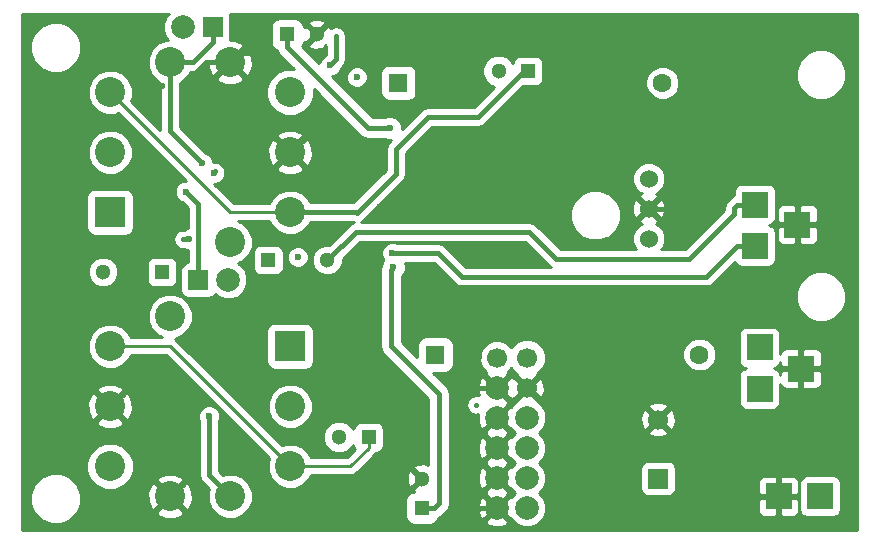
<source format=gbl>
G04 #@! TF.FileFunction,Copper,L2,Bot,Signal*
%FSLAX46Y46*%
G04 Gerber Fmt 4.6, Leading zero omitted, Abs format (unit mm)*
G04 Created by KiCad (PCBNEW (2015-04-22 BZR 5620)-product) date 07/05/2015 20:47:48*
%MOMM*%
G01*
G04 APERTURE LIST*
%ADD10C,0.100000*%
%ADD11C,1.700000*%
%ADD12R,1.700000X1.700000*%
%ADD13R,2.235200X2.235200*%
%ADD14R,2.540000X2.540000*%
%ADD15C,2.540000*%
%ADD16C,1.300000*%
%ADD17R,1.300000X1.300000*%
%ADD18R,1.600000X1.600000*%
%ADD19C,1.600000*%
%ADD20C,1.524000*%
%ADD21R,1.699260X1.699260*%
%ADD22C,1.998980*%
%ADD23C,2.000000*%
%ADD24C,0.600000*%
%ADD25C,0.400000*%
%ADD26C,0.250000*%
%ADD27C,0.254000*%
G04 APERTURE END LIST*
D10*
D11*
X146500000Y-110000000D03*
D12*
X146500000Y-115000000D03*
D13*
X155100000Y-103900000D03*
X155100000Y-107400000D03*
X156700000Y-116500000D03*
D14*
X100104000Y-92460000D03*
D15*
X100104000Y-87380000D03*
X100104000Y-82300000D03*
X105184000Y-79760000D03*
X110264000Y-79760000D03*
X115344000Y-82300000D03*
X115344000Y-87380000D03*
X115344000Y-92460000D03*
X110264000Y-95000000D03*
D14*
X115344000Y-103800000D03*
D15*
X115344000Y-108880000D03*
X115344000Y-113960000D03*
X110264000Y-116500000D03*
X105184000Y-116500000D03*
X100104000Y-113960000D03*
X100104000Y-108880000D03*
X100104000Y-103800000D03*
X105184000Y-101260000D03*
D13*
X158600000Y-105700000D03*
X158300000Y-93500000D03*
X160220000Y-116490000D03*
X154700000Y-95300000D03*
X154700000Y-91800000D03*
D16*
X126500000Y-115000000D03*
D17*
X126500000Y-117500000D03*
D18*
X127648000Y-104500000D03*
D19*
X150000000Y-104500000D03*
D18*
X124500000Y-81500000D03*
D19*
X146852000Y-81500000D03*
D20*
X145700000Y-94680000D03*
X145700000Y-92140000D03*
X145700000Y-89600000D03*
D17*
X113500000Y-96500000D03*
D16*
X118500000Y-96500000D03*
D17*
X104500000Y-97500000D03*
D16*
X99500000Y-97500000D03*
X117600000Y-77400000D03*
D17*
X115100000Y-77400000D03*
D16*
X133000000Y-80500000D03*
D17*
X135500000Y-80500000D03*
D16*
X119500000Y-111500000D03*
D17*
X122000000Y-111500000D03*
D21*
X108800000Y-76800000D03*
D22*
X106260000Y-76800000D03*
D21*
X107560000Y-98200000D03*
D22*
X110100000Y-98200000D03*
D11*
X132860000Y-104780000D03*
X135400000Y-104780000D03*
D23*
X132860000Y-107320000D03*
D11*
X135400000Y-107320000D03*
D23*
X132860000Y-109860000D03*
X135400000Y-109860000D03*
X132860000Y-112400000D03*
X135400000Y-112400000D03*
X132860000Y-114940000D03*
X135400000Y-114940000D03*
X132860000Y-117480000D03*
X135400000Y-117480000D03*
D24*
X118750000Y-80000000D03*
X121000000Y-81000000D03*
X108927993Y-89100810D03*
X106750000Y-94750000D03*
X116000000Y-96250000D03*
X150500000Y-108500000D03*
X148000000Y-107000000D03*
X146000000Y-105000000D03*
X145500000Y-102500000D03*
X146500000Y-103000000D03*
X147500000Y-103500000D03*
X148000000Y-104500000D03*
X148000000Y-105500000D03*
X149000000Y-106000000D03*
X149500000Y-106500000D03*
X151000000Y-106000000D03*
X152000000Y-105500000D03*
X153000000Y-106500000D03*
X153000000Y-107500000D03*
X153000000Y-108500000D03*
X153500000Y-109500000D03*
X154500000Y-109500000D03*
X155500000Y-109500000D03*
X156500000Y-109500000D03*
X137500000Y-81000000D03*
X136500000Y-82000000D03*
X135000000Y-82500000D03*
X134000000Y-83500000D03*
X133500000Y-84000000D03*
X135500000Y-84500000D03*
X135500000Y-85500000D03*
X135500000Y-86500000D03*
X135500000Y-87500000D03*
X135500000Y-88500000D03*
X136500000Y-88500000D03*
X137500000Y-88500000D03*
X138500000Y-89500000D03*
X141500000Y-89500000D03*
X143000000Y-90500000D03*
X144000000Y-92000000D03*
X144000000Y-93500000D03*
X143500000Y-94500000D03*
X142700000Y-95300000D03*
X141100000Y-95300000D03*
X140000000Y-95200000D03*
X138800000Y-95300000D03*
X137900000Y-94800000D03*
X137500000Y-94000000D03*
X138300000Y-93500000D03*
X138300000Y-92500000D03*
X138500000Y-91600000D03*
X118000000Y-90000000D03*
X122500000Y-89500000D03*
X123000000Y-88500000D03*
X123000000Y-87500000D03*
X125500000Y-87500000D03*
X126000000Y-88500000D03*
X125500000Y-90000000D03*
X125500000Y-92000000D03*
X125500000Y-93000000D03*
X124500000Y-93000000D03*
X123500000Y-93000000D03*
X122500000Y-93000000D03*
X123000000Y-92000000D03*
X124000000Y-91500000D03*
X125000000Y-91000000D03*
X132000000Y-91000000D03*
X110500000Y-100500000D03*
X111000000Y-101000000D03*
X112000000Y-101500000D03*
X113000000Y-105000000D03*
X112500000Y-104000000D03*
X113000000Y-103000000D03*
X112500000Y-102000000D03*
X101000000Y-106500000D03*
X102000000Y-107000000D03*
X102000000Y-106000000D03*
X101500000Y-105500000D03*
X100500000Y-106000000D03*
X99500000Y-106000000D03*
X99000000Y-106500000D03*
X99000000Y-111500000D03*
X100000000Y-111500000D03*
X101000000Y-111000000D03*
X102000000Y-111000000D03*
X103000000Y-110500000D03*
X104500000Y-110500000D03*
X106000000Y-110500000D03*
X106000000Y-111500000D03*
X106000000Y-112500000D03*
X106000000Y-113500000D03*
X106500000Y-114500000D03*
X107000000Y-115500000D03*
X107500000Y-116500000D03*
X107500000Y-117500000D03*
X123500000Y-78500000D03*
X124500000Y-77000000D03*
X123500000Y-77000000D03*
X122500000Y-77000000D03*
X121500000Y-77000000D03*
X120500000Y-77000000D03*
X120500000Y-78000000D03*
X120500000Y-79000000D03*
X122000000Y-79000000D03*
X122500000Y-80500000D03*
X123500000Y-79500000D03*
X125000000Y-79500000D03*
X126000000Y-79500000D03*
X126000000Y-78000000D03*
X126000000Y-77000000D03*
X135500000Y-79000000D03*
X134500000Y-79000000D03*
X133500000Y-79000000D03*
X132500000Y-79000000D03*
X131000000Y-80000000D03*
X131500000Y-79000000D03*
X131500000Y-78000000D03*
X131500000Y-77000000D03*
X132500000Y-77000000D03*
X133500000Y-77000000D03*
X134500000Y-77000000D03*
X135500000Y-77000000D03*
X136500000Y-78000000D03*
X137000000Y-79000000D03*
X137500000Y-80000000D03*
X138500000Y-80500000D03*
X139500000Y-80500000D03*
X140500000Y-80500000D03*
X141500000Y-80500000D03*
X142000000Y-80000000D03*
X142500000Y-78500000D03*
X142500000Y-77500000D03*
X142500000Y-76500000D03*
X143500000Y-76000000D03*
X144500000Y-76000000D03*
X145500000Y-76500000D03*
X144500000Y-77500000D03*
X144000000Y-78500000D03*
X143500000Y-79500000D03*
X143500000Y-80500000D03*
X143500000Y-81500000D03*
X143500000Y-82500000D03*
X143500000Y-83500000D03*
X143000000Y-89500000D03*
X144500000Y-91000000D03*
X144000000Y-90000000D03*
X143500000Y-88500000D03*
X143500000Y-87500000D03*
X143500000Y-86500000D03*
X143500000Y-85500000D03*
X143500000Y-84500000D03*
X142500000Y-84500000D03*
X141500000Y-84500000D03*
X150000000Y-76000000D03*
X150000000Y-77000000D03*
X150000000Y-78000000D03*
X150000000Y-79000000D03*
X150000000Y-80000000D03*
X149500000Y-80500000D03*
X148500000Y-80500000D03*
X148500000Y-81500000D03*
X149500000Y-82500000D03*
X150500000Y-83500000D03*
X150500000Y-84500000D03*
X150500000Y-85500000D03*
X150500000Y-86500000D03*
X151000000Y-87000000D03*
X151000000Y-88000000D03*
X151000000Y-89000000D03*
X121000000Y-109500000D03*
X121000000Y-108500000D03*
X120000000Y-108000000D03*
X120000000Y-107000000D03*
X120000000Y-106000000D03*
X120000000Y-105000000D03*
X120000000Y-104000000D03*
X120500000Y-103000000D03*
X122000000Y-102500000D03*
X125500000Y-113500000D03*
X125000000Y-114500000D03*
X125000000Y-115500000D03*
X125000000Y-116399990D03*
X124000000Y-116399990D03*
X123000000Y-116399990D03*
X122000000Y-116399990D03*
X121000000Y-116399990D03*
X120000000Y-116399990D03*
X119000000Y-116399990D03*
X118000000Y-116399990D03*
X116500000Y-116000000D03*
X117000000Y-115500000D03*
X117500000Y-115000000D03*
X118500000Y-115000000D03*
X119500000Y-115000000D03*
X120500000Y-115000000D03*
X121500000Y-114500000D03*
X122500000Y-113500000D03*
X123500000Y-113000000D03*
X123500000Y-112000000D03*
X123500000Y-111000000D03*
X123500000Y-110000000D03*
X123000000Y-109000000D03*
X123500000Y-108000000D03*
X124000000Y-107000000D03*
X124000000Y-106000000D03*
X125000000Y-107000000D03*
X126000000Y-108000000D03*
X126500000Y-109000000D03*
X126500000Y-110000000D03*
X126500000Y-111000000D03*
X126500000Y-112000000D03*
X126500000Y-113000000D03*
X103000000Y-97100010D03*
X102000000Y-97100010D03*
X101000000Y-97100010D03*
X100000000Y-95500000D03*
X99000000Y-96000000D03*
X99000000Y-95000000D03*
X100000000Y-94630002D03*
X101519340Y-94618190D03*
X102500000Y-94000000D03*
X102500000Y-93000000D03*
X103000000Y-95000000D03*
X105000000Y-94500000D03*
X104000000Y-94500000D03*
X99000000Y-85000000D03*
X100000000Y-84500000D03*
X101000000Y-85000000D03*
X102000000Y-86000000D03*
X102500000Y-87000000D03*
X102600000Y-88000000D03*
X102500000Y-88900000D03*
X101800000Y-89600000D03*
X101200000Y-90200000D03*
X104400000Y-91500000D03*
X105100000Y-91400000D03*
X105100000Y-90600000D03*
X104200000Y-90700000D03*
X103600000Y-91300000D03*
X104483990Y-81800000D03*
X106200000Y-81800000D03*
X117500000Y-86000000D03*
X117500000Y-87000000D03*
X117500000Y-88000000D03*
X117000000Y-89000000D03*
X114500000Y-89500000D03*
X115000000Y-90000000D03*
X116000000Y-90000000D03*
X117000000Y-91000000D03*
X118000000Y-91000000D03*
X119000000Y-91000000D03*
X119000000Y-90000000D03*
X119000000Y-89000000D03*
X119000000Y-88000000D03*
X119000000Y-87000000D03*
X119000000Y-86000000D03*
X118500000Y-85000000D03*
X117500000Y-85000000D03*
X117000000Y-85500000D03*
X110264000Y-79760000D03*
X113000000Y-79000000D03*
X112500000Y-79500000D03*
X112500000Y-78500000D03*
X111500000Y-78000000D03*
X111500000Y-76000000D03*
X112459033Y-75851003D03*
X157500000Y-108000000D03*
X158500000Y-108000000D03*
X159500000Y-108000000D03*
X160500000Y-108000000D03*
X161000000Y-107500000D03*
X161000000Y-106500000D03*
X161000000Y-105500000D03*
X161000000Y-104500000D03*
X160500000Y-103500000D03*
X159500000Y-103500000D03*
X158500000Y-103500000D03*
X157500000Y-103500000D03*
X157500000Y-102500000D03*
X156500000Y-101500000D03*
X156500000Y-100500000D03*
X156500000Y-99500000D03*
X155500000Y-98500000D03*
X154500000Y-97500000D03*
X155500000Y-97500000D03*
X156500000Y-97500000D03*
X157000000Y-96500000D03*
X157000000Y-95500000D03*
X158000000Y-95500000D03*
X159000000Y-95500000D03*
X160000000Y-95500000D03*
X160500000Y-95000000D03*
X160500000Y-94000000D03*
X160500000Y-93000000D03*
X160500000Y-92000000D03*
X160000000Y-91500000D03*
X159000000Y-91500000D03*
X158000000Y-91500000D03*
X157000000Y-91500000D03*
X157000000Y-90500000D03*
X157000000Y-89500000D03*
X156000000Y-89500000D03*
X155000000Y-89500000D03*
X154000000Y-89500000D03*
X153000000Y-89500000D03*
X152500000Y-91000000D03*
X151500000Y-92000000D03*
X151000000Y-92500000D03*
X151000000Y-90000000D03*
X151000000Y-91000000D03*
X148000000Y-91000000D03*
X147500000Y-90500000D03*
X147500000Y-91500000D03*
X147500000Y-92500000D03*
X163000000Y-115000000D03*
X163000000Y-116000000D03*
X163000000Y-117000000D03*
X163000000Y-118000000D03*
X162500000Y-119000000D03*
X161500000Y-119000000D03*
X160500000Y-119000000D03*
X159500000Y-119000000D03*
X158500000Y-119000000D03*
X157500000Y-119000000D03*
X156500000Y-119000000D03*
X155500000Y-119000000D03*
X154500000Y-119000000D03*
X153500000Y-119000000D03*
X152500000Y-119000000D03*
X151500000Y-119000000D03*
X150500000Y-119000000D03*
X149500000Y-119000000D03*
X148500000Y-119000000D03*
X147500000Y-119000000D03*
X146500000Y-119000000D03*
X145500000Y-119000000D03*
X144500000Y-119000000D03*
X143500000Y-119000000D03*
X142500000Y-119000000D03*
X141500000Y-119000000D03*
X140500000Y-119000000D03*
X139500000Y-119000000D03*
X138500000Y-119000000D03*
X137500000Y-118500000D03*
X137500000Y-117500000D03*
X138500000Y-116500000D03*
X139500000Y-116500000D03*
X140500000Y-116500000D03*
X141500000Y-116500000D03*
X142500000Y-116500000D03*
X143500000Y-116500000D03*
X144500000Y-116500000D03*
X145500000Y-117000000D03*
X146500000Y-117000000D03*
X147500000Y-117000000D03*
X148500000Y-116500000D03*
X148500000Y-115500000D03*
X148500000Y-114500000D03*
X149500000Y-114400000D03*
X150400000Y-114400000D03*
X151500000Y-114400000D03*
X152200000Y-114400000D03*
X153100000Y-114400000D03*
X153800000Y-114400000D03*
X154600000Y-114300000D03*
X154600000Y-115100000D03*
X154600000Y-115900000D03*
X133500000Y-91500000D03*
X133600000Y-90400000D03*
X133200000Y-89600000D03*
X132300000Y-89700000D03*
X131300000Y-89600000D03*
X130600000Y-90200000D03*
X130700000Y-91100000D03*
X130600000Y-92000000D03*
X130700000Y-92800000D03*
X131800000Y-92800000D03*
X132700000Y-92800000D03*
X133600000Y-92800000D03*
X133700000Y-96000000D03*
X134700000Y-96800000D03*
X136500000Y-96800000D03*
X135700000Y-96100000D03*
X135100000Y-95300000D03*
X134200000Y-95300000D03*
X133100000Y-95300000D03*
X131900000Y-95200000D03*
X130600000Y-95200000D03*
X129600000Y-95200000D03*
X129500000Y-95900000D03*
X130500000Y-96800000D03*
X132000000Y-96700000D03*
X133200000Y-96600000D03*
X133300000Y-98900000D03*
X132200000Y-99500000D03*
X131200000Y-104800000D03*
X131300000Y-103800000D03*
X132000000Y-103200000D03*
X131400000Y-102600000D03*
X130500000Y-102400000D03*
X129600000Y-102800000D03*
X129400000Y-103700000D03*
X129400000Y-104700000D03*
X129400000Y-105700000D03*
X130300000Y-106200000D03*
X131400000Y-106000000D03*
X131600000Y-111100000D03*
X131500000Y-113600000D03*
X131250000Y-116250000D03*
X131000000Y-117500000D03*
X141000000Y-106250000D03*
X140750000Y-105500000D03*
X140500000Y-104750000D03*
X141000000Y-104250000D03*
X140750000Y-103250000D03*
X141000000Y-102250000D03*
X140250000Y-101500000D03*
X139500000Y-101500000D03*
X138750000Y-101500000D03*
X138750000Y-100750000D03*
X138750000Y-100000000D03*
X133250000Y-100000000D03*
X134000000Y-100000000D03*
X134000000Y-100750000D03*
X134000000Y-101500000D03*
X134500000Y-102250000D03*
X135500000Y-102500000D03*
X136250000Y-102750000D03*
X137250000Y-103000000D03*
X137500000Y-103750000D03*
X137500000Y-104500000D03*
X137500000Y-105250000D03*
X137250000Y-106000000D03*
X137500000Y-107000000D03*
X138250000Y-107750000D03*
X139000000Y-108250000D03*
X139750000Y-109000000D03*
X140500000Y-109750000D03*
X141000000Y-110250000D03*
X142000000Y-111000000D03*
X142750000Y-111750000D03*
X143750000Y-112500000D03*
X144250000Y-113500000D03*
X143250000Y-113500000D03*
X142250000Y-113500000D03*
X141250000Y-113500000D03*
X140250000Y-113500000D03*
X139250000Y-113500000D03*
X138250000Y-113500000D03*
X137500000Y-113500000D03*
X137500000Y-112750000D03*
X137500000Y-112000000D03*
X137500000Y-111250000D03*
X137500000Y-110500000D03*
X137500000Y-109750000D03*
X137250000Y-109000000D03*
X136750000Y-108500000D03*
X120000000Y-100000000D03*
X120000000Y-99250000D03*
X119000000Y-99250000D03*
X118250000Y-99250000D03*
X117500000Y-99250000D03*
X116750000Y-99250000D03*
X116000000Y-99250000D03*
X115250000Y-99250000D03*
X114500000Y-99000000D03*
X113750000Y-99000000D03*
X113000000Y-99000000D03*
X148040000Y-111540000D03*
X148940000Y-111390000D03*
X150140000Y-111420000D03*
X151350000Y-111390000D03*
X152710000Y-111300000D03*
X153700000Y-110770000D03*
X154640000Y-110740000D03*
X155500000Y-110500000D03*
X156500000Y-111000000D03*
X157000000Y-110500000D03*
X158000000Y-111000000D03*
X159000000Y-110500000D03*
X160000000Y-111000000D03*
X161000000Y-111000000D03*
X162000000Y-111000000D03*
X145000000Y-108500000D03*
X144500000Y-108000000D03*
X144500000Y-107000000D03*
X144500000Y-106000000D03*
X144500000Y-105000000D03*
X144500000Y-104000000D03*
X144000000Y-103000000D03*
X144000000Y-102000000D03*
X144000000Y-100500000D03*
X123980596Y-95905953D03*
X124100000Y-97100000D03*
X123800000Y-85300000D03*
X108500000Y-109700000D03*
X106500000Y-90700000D03*
X107900000Y-88300000D03*
D25*
X119250000Y-79500000D02*
X118750000Y-80000000D01*
X119250000Y-77500000D02*
X119250000Y-79500000D01*
X108927993Y-89100810D02*
X109028803Y-89000000D01*
X106250000Y-94750000D02*
X106750000Y-94750000D01*
X131097376Y-108747366D02*
X131100010Y-108750000D01*
X146000000Y-105000000D02*
X148000000Y-107000000D01*
X146500000Y-103000000D02*
X146000000Y-103000000D01*
X146000000Y-103000000D02*
X145500000Y-102500000D01*
X148000000Y-104500000D02*
X148000000Y-104000000D01*
X148000000Y-104000000D02*
X147500000Y-103500000D01*
X149000000Y-106000000D02*
X148500000Y-106000000D01*
X148500000Y-106000000D02*
X148000000Y-105500000D01*
X151000000Y-106000000D02*
X150000000Y-106000000D01*
X150000000Y-106000000D02*
X149500000Y-106500000D01*
X153000000Y-106500000D02*
X152000000Y-105500000D01*
X153000000Y-108500000D02*
X153000000Y-107500000D01*
X154500000Y-109500000D02*
X153500000Y-109500000D01*
X156500000Y-109500000D02*
X155500000Y-109500000D01*
X135000000Y-82500000D02*
X136000000Y-82500000D01*
X136000000Y-82500000D02*
X136500000Y-82000000D01*
X133500000Y-84000000D02*
X134000000Y-83500000D01*
X135500000Y-85500000D02*
X135500000Y-84500000D01*
X135500000Y-87500000D02*
X135500000Y-86500000D01*
X136500000Y-88500000D02*
X135500000Y-88500000D01*
X138500000Y-89500000D02*
X137500000Y-88500000D01*
X143000000Y-90500000D02*
X142500000Y-90500000D01*
X142500000Y-90500000D02*
X141500000Y-89500000D01*
X144000000Y-93500000D02*
X144000000Y-92000000D01*
X142700000Y-95300000D02*
X143500000Y-94500000D01*
X140000000Y-95200000D02*
X141000000Y-95200000D01*
X141000000Y-95200000D02*
X141100000Y-95300000D01*
X137900000Y-94800000D02*
X138300000Y-94800000D01*
X138300000Y-94800000D02*
X138800000Y-95300000D01*
X138300000Y-93500000D02*
X138000000Y-93500000D01*
X138000000Y-93500000D02*
X137500000Y-94000000D01*
X138500000Y-91600000D02*
X138500000Y-92300000D01*
X138500000Y-92300000D02*
X138300000Y-92500000D01*
X122500000Y-89500000D02*
X118500000Y-89500000D01*
X118500000Y-89500000D02*
X118000000Y-90000000D01*
X123000000Y-87500000D02*
X123000000Y-88500000D01*
X126000000Y-88500000D02*
X126000000Y-88000000D01*
X126000000Y-88000000D02*
X125500000Y-87500000D01*
X125500000Y-92000000D02*
X125500000Y-90000000D01*
X124500000Y-93000000D02*
X125500000Y-93000000D01*
X122500000Y-93000000D02*
X123500000Y-93000000D01*
X124000000Y-91500000D02*
X123500000Y-91500000D01*
X123500000Y-91500000D02*
X123000000Y-92000000D01*
X132000000Y-91000000D02*
X125000000Y-91000000D01*
X112000000Y-101500000D02*
X111500000Y-101500000D01*
X111500000Y-101500000D02*
X111000000Y-101000000D01*
X112500000Y-104000000D02*
X112500000Y-104500000D01*
X112500000Y-104500000D02*
X113000000Y-105000000D01*
X112500000Y-102000000D02*
X112500000Y-102500000D01*
X112500000Y-102500000D02*
X113000000Y-103000000D01*
X102000000Y-106000000D02*
X102000000Y-107000000D01*
X100500000Y-106000000D02*
X101000000Y-106000000D01*
X101000000Y-106000000D02*
X101500000Y-105500000D01*
X99000000Y-106500000D02*
X99500000Y-106000000D01*
X100000000Y-111500000D02*
X99000000Y-111500000D01*
X102000000Y-111000000D02*
X101000000Y-111000000D01*
X104500000Y-110500000D02*
X103000000Y-110500000D01*
X106000000Y-111500000D02*
X106000000Y-110500000D01*
X106000000Y-113500000D02*
X106000000Y-112500000D01*
X107000000Y-115500000D02*
X107000000Y-115000000D01*
X107000000Y-115000000D02*
X106500000Y-114500000D01*
X107500000Y-117500000D02*
X107500000Y-116500000D01*
X123500000Y-77000000D02*
X124500000Y-77000000D01*
X121500000Y-77000000D02*
X122500000Y-77000000D01*
X120500000Y-78000000D02*
X120500000Y-77000000D01*
X122000000Y-79000000D02*
X120500000Y-79000000D01*
X123500000Y-79500000D02*
X122500000Y-80500000D01*
X126000000Y-79500000D02*
X125000000Y-79500000D01*
X126000000Y-77000000D02*
X126000000Y-78000000D01*
X133500000Y-79000000D02*
X134500000Y-79000000D01*
X131000000Y-80000000D02*
X132000000Y-79000000D01*
X132000000Y-79000000D02*
X132500000Y-79000000D01*
X131500000Y-78000000D02*
X131500000Y-79000000D01*
X132500000Y-77000000D02*
X131500000Y-77000000D01*
X134500000Y-77000000D02*
X133500000Y-77000000D01*
X136500000Y-78000000D02*
X135500000Y-77000000D01*
X137500000Y-80000000D02*
X137500000Y-79500000D01*
X137500000Y-79500000D02*
X137000000Y-79000000D01*
X139500000Y-80500000D02*
X138500000Y-80500000D01*
X141500000Y-80500000D02*
X140500000Y-80500000D01*
X142500000Y-78500000D02*
X142500000Y-79500000D01*
X142500000Y-79500000D02*
X142000000Y-80000000D01*
X142500000Y-76500000D02*
X142500000Y-77500000D01*
X144500000Y-76000000D02*
X143500000Y-76000000D01*
X144500000Y-77500000D02*
X145500000Y-76500000D01*
X143500000Y-79500000D02*
X143500000Y-79000000D01*
X143500000Y-79000000D02*
X144000000Y-78500000D01*
X143500000Y-81500000D02*
X143500000Y-80500000D01*
X143500000Y-83500000D02*
X143500000Y-82500000D01*
X144500000Y-91000000D02*
X143000000Y-89500000D01*
X143500000Y-88500000D02*
X143500000Y-89500000D01*
X143500000Y-89500000D02*
X144000000Y-90000000D01*
X143500000Y-86500000D02*
X143500000Y-87500000D01*
X143500000Y-84500000D02*
X143500000Y-85500000D01*
X141500000Y-84500000D02*
X142500000Y-84500000D01*
X150000000Y-77000000D02*
X150000000Y-76000000D01*
X150000000Y-79000000D02*
X150000000Y-78000000D01*
X149500000Y-80500000D02*
X150000000Y-80000000D01*
X148500000Y-81500000D02*
X148500000Y-80500000D01*
X150500000Y-83500000D02*
X149500000Y-82500000D01*
X150500000Y-85500000D02*
X150500000Y-84500000D01*
X151000000Y-87000000D02*
X150500000Y-86500000D01*
X151000000Y-89000000D02*
X151000000Y-88000000D01*
X120000000Y-108000000D02*
X120500000Y-108000000D01*
X120500000Y-108000000D02*
X121000000Y-108500000D01*
X120000000Y-106000000D02*
X120000000Y-107000000D01*
X120000000Y-104000000D02*
X120000000Y-105000000D01*
X122000000Y-102500000D02*
X121000000Y-102500000D01*
X121000000Y-102500000D02*
X120500000Y-103000000D01*
X125000000Y-114500000D02*
X125000000Y-114000000D01*
X125000000Y-114000000D02*
X125500000Y-113500000D01*
X125000000Y-116399990D02*
X125000000Y-115500000D01*
X123000000Y-116399990D02*
X124000000Y-116399990D01*
X121000000Y-116399990D02*
X122000000Y-116399990D01*
X119000000Y-116399990D02*
X120000000Y-116399990D01*
X116500000Y-116000000D02*
X117600010Y-116000000D01*
X117600010Y-116000000D02*
X118000000Y-116399990D01*
X117500000Y-115000000D02*
X117000000Y-115500000D01*
X119500000Y-115000000D02*
X118500000Y-115000000D01*
X121500000Y-114500000D02*
X121000000Y-114500000D01*
X121000000Y-114500000D02*
X120500000Y-115000000D01*
X123500000Y-113000000D02*
X123000000Y-113000000D01*
X123000000Y-113000000D02*
X122500000Y-113500000D01*
X123500000Y-111000000D02*
X123500000Y-112000000D01*
X123000000Y-109000000D02*
X123000000Y-109500000D01*
X123000000Y-109500000D02*
X123500000Y-110000000D01*
X124000000Y-107000000D02*
X124000000Y-107500000D01*
X124000000Y-107500000D02*
X123500000Y-108000000D01*
X125000000Y-107000000D02*
X124000000Y-106000000D01*
X126500000Y-109000000D02*
X126500000Y-108500000D01*
X126500000Y-108500000D02*
X126000000Y-108000000D01*
X126500000Y-111000000D02*
X126500000Y-110000000D01*
X126500000Y-113000000D02*
X126500000Y-112000000D01*
X102000000Y-97100010D02*
X103000000Y-97100010D01*
X100000000Y-95500000D02*
X100000000Y-96100010D01*
X100000000Y-96100010D02*
X101000000Y-97100010D01*
X99000000Y-95000000D02*
X99000000Y-96000000D01*
X101519340Y-94618190D02*
X100011812Y-94618190D01*
X100011812Y-94618190D02*
X100000000Y-94630002D01*
X102500000Y-93000000D02*
X102500000Y-94000000D01*
X104000000Y-94500000D02*
X105000000Y-94500000D01*
X100000000Y-84500000D02*
X99500000Y-84500000D01*
X99500000Y-84500000D02*
X99000000Y-85000000D01*
X102000000Y-86000000D02*
X101000000Y-85000000D01*
X102600000Y-88000000D02*
X102600000Y-87100000D01*
X102600000Y-87100000D02*
X102500000Y-87000000D01*
X101800000Y-89600000D02*
X102500000Y-88900000D01*
X104400000Y-91500000D02*
X103100000Y-90200000D01*
X103100000Y-90200000D02*
X101200000Y-90200000D01*
X105100000Y-90600000D02*
X105100000Y-91400000D01*
X103600000Y-91300000D02*
X104200000Y-90700000D01*
X110264000Y-79760000D02*
X108240000Y-79760000D01*
X108240000Y-79760000D02*
X106200000Y-81800000D01*
X117500000Y-88000000D02*
X117500000Y-87000000D01*
X114500000Y-89500000D02*
X116500000Y-89500000D01*
X116500000Y-89500000D02*
X117000000Y-89000000D01*
X116000000Y-90000000D02*
X115000000Y-90000000D01*
X118000000Y-91000000D02*
X117000000Y-91000000D01*
X119000000Y-90000000D02*
X119000000Y-91000000D01*
X119000000Y-88000000D02*
X119000000Y-89000000D01*
X119000000Y-86000000D02*
X119000000Y-87000000D01*
X117500000Y-85000000D02*
X118500000Y-85000000D01*
X115344000Y-87380000D02*
X115344000Y-87156000D01*
X115344000Y-87156000D02*
X117000000Y-85500000D01*
X113000000Y-79000000D02*
X111024000Y-79000000D01*
X111024000Y-79000000D02*
X110264000Y-79760000D01*
X112500000Y-78500000D02*
X112500000Y-79500000D01*
X111500000Y-76000000D02*
X111500000Y-78000000D01*
X117600000Y-77400000D02*
X116149999Y-75949999D01*
X116149999Y-75949999D02*
X112558029Y-75949999D01*
X112558029Y-75949999D02*
X112459033Y-75851003D01*
X157500000Y-108000000D02*
X157500000Y-109000000D01*
X159500000Y-108000000D02*
X158500000Y-108000000D01*
X161000000Y-107500000D02*
X160500000Y-108000000D01*
X161000000Y-105500000D02*
X161000000Y-106500000D01*
X160500000Y-103500000D02*
X160500000Y-104000000D01*
X160500000Y-104000000D02*
X161000000Y-104500000D01*
X158500000Y-103500000D02*
X159500000Y-103500000D01*
X157500000Y-102500000D02*
X157500000Y-103500000D01*
X156500000Y-100500000D02*
X156500000Y-101500000D01*
X155500000Y-98500000D02*
X156500000Y-99500000D01*
X155500000Y-97500000D02*
X154500000Y-97500000D01*
X157000000Y-96500000D02*
X157000000Y-97000000D01*
X157000000Y-97000000D02*
X156500000Y-97500000D01*
X158000000Y-95500000D02*
X157000000Y-95500000D01*
X160000000Y-95500000D02*
X159000000Y-95500000D01*
X160500000Y-94000000D02*
X160500000Y-95000000D01*
X160500000Y-92000000D02*
X160500000Y-93000000D01*
X159000000Y-91500000D02*
X160000000Y-91500000D01*
X157000000Y-91500000D02*
X158000000Y-91500000D01*
X157000000Y-89500000D02*
X157000000Y-90500000D01*
X155000000Y-89500000D02*
X156000000Y-89500000D01*
X153000000Y-89500000D02*
X154000000Y-89500000D01*
X151500000Y-92000000D02*
X152500000Y-91000000D01*
X151000000Y-90000000D02*
X151000000Y-92500000D01*
X148000000Y-91000000D02*
X151000000Y-91000000D01*
X147500000Y-91500000D02*
X147500000Y-90500000D01*
X145700000Y-92140000D02*
X147140000Y-92140000D01*
X147140000Y-92140000D02*
X147500000Y-92500000D01*
X163000000Y-117000000D02*
X163000000Y-116000000D01*
X162500000Y-119000000D02*
X162500000Y-118500000D01*
X162500000Y-118500000D02*
X163000000Y-118000000D01*
X160500000Y-119000000D02*
X161500000Y-119000000D01*
X158500000Y-119000000D02*
X159500000Y-119000000D01*
X156500000Y-119000000D02*
X157500000Y-119000000D01*
X154500000Y-119000000D02*
X155500000Y-119000000D01*
X152500000Y-119000000D02*
X153500000Y-119000000D01*
X150500000Y-119000000D02*
X151500000Y-119000000D01*
X148500000Y-119000000D02*
X149500000Y-119000000D01*
X146500000Y-119000000D02*
X147500000Y-119000000D01*
X144500000Y-119000000D02*
X145500000Y-119000000D01*
X142500000Y-119000000D02*
X143500000Y-119000000D01*
X140500000Y-119000000D02*
X141500000Y-119000000D01*
X138500000Y-119000000D02*
X139500000Y-119000000D01*
X137500000Y-117500000D02*
X137500000Y-118500000D01*
X139500000Y-116500000D02*
X138500000Y-116500000D01*
X141500000Y-116500000D02*
X140500000Y-116500000D01*
X143500000Y-116500000D02*
X142500000Y-116500000D01*
X145500000Y-117000000D02*
X145000000Y-117000000D01*
X145000000Y-117000000D02*
X144500000Y-116500000D01*
X147500000Y-117000000D02*
X146500000Y-117000000D01*
X148500000Y-115500000D02*
X148500000Y-116500000D01*
X149500000Y-114400000D02*
X148600000Y-114400000D01*
X148600000Y-114400000D02*
X148500000Y-114500000D01*
X151500000Y-114400000D02*
X150400000Y-114400000D01*
X153100000Y-114400000D02*
X152200000Y-114400000D01*
X154600000Y-114300000D02*
X153900000Y-114300000D01*
X153900000Y-114300000D02*
X153800000Y-114400000D01*
X154600000Y-115900000D02*
X154600000Y-115100000D01*
X133600000Y-90400000D02*
X133600000Y-91400000D01*
X133600000Y-91400000D02*
X133500000Y-91500000D01*
X132300000Y-89700000D02*
X133100000Y-89700000D01*
X133100000Y-89700000D02*
X133200000Y-89600000D01*
X130600000Y-90200000D02*
X130700000Y-90200000D01*
X130700000Y-90200000D02*
X131300000Y-89600000D01*
X130600000Y-92000000D02*
X130600000Y-91200000D01*
X130600000Y-91200000D02*
X130700000Y-91100000D01*
X131800000Y-92800000D02*
X130700000Y-92800000D01*
X133600000Y-92800000D02*
X132700000Y-92800000D01*
X134700000Y-96800000D02*
X134500000Y-96800000D01*
X134500000Y-96800000D02*
X133700000Y-96000000D01*
X135700000Y-96100000D02*
X135800000Y-96100000D01*
X135800000Y-96100000D02*
X136500000Y-96800000D01*
X134200000Y-95300000D02*
X135100000Y-95300000D01*
X131900000Y-95200000D02*
X133000000Y-95200000D01*
X133000000Y-95200000D02*
X133100000Y-95300000D01*
X129600000Y-95200000D02*
X130600000Y-95200000D01*
X130500000Y-96800000D02*
X130400000Y-96800000D01*
X130400000Y-96800000D02*
X129500000Y-95900000D01*
X133200000Y-96600000D02*
X132100000Y-96600000D01*
X132100000Y-96600000D02*
X132000000Y-96700000D01*
X132200000Y-99500000D02*
X132700000Y-99500000D01*
X132700000Y-99500000D02*
X133300000Y-98900000D01*
X131300000Y-103800000D02*
X131300000Y-104700000D01*
X131300000Y-104700000D02*
X131200000Y-104800000D01*
X131400000Y-102600000D02*
X132000000Y-103200000D01*
X129600000Y-102800000D02*
X130100000Y-102800000D01*
X130100000Y-102800000D02*
X130500000Y-102400000D01*
X129400000Y-104700000D02*
X129400000Y-103700000D01*
X130300000Y-106200000D02*
X129900000Y-106200000D01*
X129900000Y-106200000D02*
X129400000Y-105700000D01*
X132860000Y-107320000D02*
X132720000Y-107320000D01*
X132720000Y-107320000D02*
X131400000Y-106000000D01*
X132860000Y-114940000D02*
X132840000Y-114940000D01*
X132840000Y-114940000D02*
X131500000Y-113600000D01*
X131250000Y-116250000D02*
X131550000Y-116250000D01*
X131550000Y-116250000D02*
X132860000Y-114940000D01*
X131000000Y-117925787D02*
X131000000Y-117500000D01*
X132860000Y-117480000D02*
X131445787Y-117480000D01*
X131445787Y-117480000D02*
X131000000Y-117925787D01*
X140500000Y-104750000D02*
X140500000Y-105250000D01*
X140500000Y-105250000D02*
X140750000Y-105500000D01*
X140750000Y-103250000D02*
X140750000Y-104000000D01*
X140750000Y-104000000D02*
X141000000Y-104250000D01*
X140250000Y-101500000D02*
X141000000Y-102250000D01*
X138750000Y-101500000D02*
X139500000Y-101500000D01*
X138750000Y-100000000D02*
X138750000Y-100750000D01*
X134000000Y-101500000D02*
X134000000Y-100750000D01*
X135500000Y-102500000D02*
X134750000Y-102500000D01*
X134750000Y-102500000D02*
X134500000Y-102250000D01*
X136750000Y-102500000D02*
X136500000Y-102500000D01*
X136500000Y-102500000D02*
X136250000Y-102750000D01*
X137500000Y-103750000D02*
X137500000Y-103250000D01*
X137500000Y-103250000D02*
X137250000Y-103000000D01*
X137500000Y-105250000D02*
X137500000Y-104500000D01*
X137500000Y-107000000D02*
X137500000Y-106250000D01*
X137500000Y-106250000D02*
X137250000Y-106000000D01*
X139000000Y-108250000D02*
X138750000Y-108250000D01*
X138750000Y-108250000D02*
X138250000Y-107750000D01*
X140500000Y-109750000D02*
X139750000Y-109000000D01*
X142000000Y-111000000D02*
X141750000Y-111000000D01*
X141750000Y-111000000D02*
X141000000Y-110250000D01*
X143750000Y-112500000D02*
X143500000Y-112500000D01*
X143500000Y-112500000D02*
X142750000Y-111750000D01*
X143250000Y-113500000D02*
X144250000Y-113500000D01*
X141250000Y-113500000D02*
X142250000Y-113500000D01*
X139250000Y-113500000D02*
X140250000Y-113500000D01*
X137500000Y-113500000D02*
X138250000Y-113500000D01*
X137500000Y-112000000D02*
X137500000Y-112750000D01*
X137500000Y-110500000D02*
X137500000Y-111250000D01*
X137250000Y-109000000D02*
X137250000Y-109500000D01*
X137250000Y-109500000D02*
X137500000Y-109750000D01*
X135400000Y-107320000D02*
X135570000Y-107320000D01*
X135570000Y-107320000D02*
X136750000Y-108500000D01*
X132860000Y-107320000D02*
X130823650Y-107320000D01*
X130823650Y-107320000D02*
X130751825Y-107248175D01*
X120000000Y-100000000D02*
X120000000Y-99500000D01*
X120000000Y-99500000D02*
X120000000Y-99250000D01*
X119000000Y-99250000D02*
X118250000Y-99250000D01*
X117500000Y-99250000D02*
X116750000Y-99250000D01*
X116750000Y-99250000D02*
X116250000Y-99250000D01*
X116250000Y-99250000D02*
X116000000Y-99250000D01*
X114750000Y-99250000D02*
X114500000Y-99000000D01*
X115250000Y-99250000D02*
X114750000Y-99250000D01*
X113750000Y-99000000D02*
X113000000Y-99000000D01*
X148790000Y-111540000D02*
X148940000Y-111390000D01*
X148040000Y-111540000D02*
X148790000Y-111540000D01*
X151320000Y-111420000D02*
X151350000Y-111390000D01*
X150140000Y-111420000D02*
X151320000Y-111420000D01*
X153170000Y-111300000D02*
X153700000Y-110770000D01*
X152710000Y-111300000D02*
X153170000Y-111300000D01*
X155260000Y-110740000D02*
X155500000Y-110500000D01*
X154640000Y-110740000D02*
X155260000Y-110740000D01*
X156500000Y-111000000D02*
X157000000Y-110500000D01*
X158500000Y-111000000D02*
X159000000Y-110500000D01*
X158000000Y-111000000D02*
X158500000Y-111000000D01*
X160000000Y-111000000D02*
X161000000Y-111000000D01*
X162000000Y-111000000D02*
X163000000Y-111000000D01*
X145000000Y-108500000D02*
X144500000Y-108000000D01*
X144500000Y-107000000D02*
X144500000Y-106000000D01*
X144500000Y-105000000D02*
X144500000Y-104000000D01*
X144000000Y-103000000D02*
X144000000Y-102000000D01*
X144000000Y-100500000D02*
X144000000Y-99500000D01*
X137900000Y-96400000D02*
X149100000Y-96400000D01*
X135600000Y-94100000D02*
X137900000Y-96400000D01*
X120900000Y-94100000D02*
X135600000Y-94100000D01*
X118500000Y-96500000D02*
X120900000Y-94100000D01*
X153182400Y-91800000D02*
X154700000Y-91800000D01*
X152903246Y-92079154D02*
X153182400Y-91800000D01*
X152903246Y-92596754D02*
X152903246Y-92079154D01*
X149100000Y-96400000D02*
X152903246Y-92596754D01*
D26*
X110264000Y-92460000D02*
X100104000Y-82300000D01*
X115344000Y-92460000D02*
X110264000Y-92460000D01*
X100000000Y-82196000D02*
X100104000Y-82300000D01*
D25*
X135146002Y-80500000D02*
X131246002Y-84400000D01*
X135500000Y-80500000D02*
X135146002Y-80500000D01*
X131246002Y-84400000D02*
X127000000Y-84400000D01*
X127000000Y-84400000D02*
X124300000Y-87100000D01*
X124300000Y-87100000D02*
X124300000Y-89200000D01*
X124300000Y-89200000D02*
X121000000Y-92500000D01*
X120960000Y-92460000D02*
X115344000Y-92460000D01*
X121000000Y-92500000D02*
X120960000Y-92460000D01*
X127905953Y-95905953D02*
X129900000Y-97900000D01*
X123980596Y-95905953D02*
X127905953Y-95905953D01*
X150582400Y-97900000D02*
X149236152Y-97900000D01*
X153182400Y-95300000D02*
X150582400Y-97900000D01*
X154700000Y-95300000D02*
X153182400Y-95300000D01*
X129900000Y-97900000D02*
X149236152Y-97900000D01*
D26*
X105184000Y-103800000D02*
X115344000Y-113960000D01*
X100104000Y-103800000D02*
X105184000Y-103800000D01*
X122000000Y-112400000D02*
X122000000Y-111500000D01*
X120440000Y-113960000D02*
X122000000Y-112400000D01*
X115344000Y-113960000D02*
X120440000Y-113960000D01*
D25*
X126500000Y-117500000D02*
X126500000Y-117864226D01*
X126500000Y-117500000D02*
X126500000Y-117146002D01*
X127950001Y-107842003D02*
X123900000Y-103792002D01*
X127950001Y-117099999D02*
X127950001Y-107842003D01*
X127550000Y-117500000D02*
X127950001Y-117099999D01*
X126500000Y-117500000D02*
X127550000Y-117500000D01*
X123900000Y-97300000D02*
X124100000Y-97100000D01*
X123900000Y-103792002D02*
X123900000Y-97300000D01*
X115100000Y-78450000D02*
X115100000Y-77400000D01*
X121950000Y-85300000D02*
X115100000Y-78450000D01*
X123800000Y-85300000D02*
X121950000Y-85300000D01*
X108500000Y-114736000D02*
X110264000Y-116500000D01*
X108500000Y-109700000D02*
X108500000Y-114736000D01*
X107560000Y-91760000D02*
X106500000Y-90700000D01*
X107560000Y-98200000D02*
X107560000Y-91760000D01*
X105184000Y-85584000D02*
X105184000Y-79760000D01*
X107900000Y-88300000D02*
X105184000Y-85584000D01*
X106980051Y-79760000D02*
X105184000Y-79760000D01*
X107089630Y-79760000D02*
X106980051Y-79760000D01*
X108800000Y-78049630D02*
X107089630Y-79760000D01*
X108800000Y-76800000D02*
X108800000Y-78049630D01*
D27*
G36*
X163315000Y-119315000D02*
X162435370Y-119315000D01*
X162435370Y-99177185D01*
X162435370Y-80377185D01*
X162111020Y-79592200D01*
X161510959Y-78991091D01*
X160726541Y-78665372D01*
X159877185Y-78664630D01*
X159092200Y-78988980D01*
X158491091Y-79589041D01*
X158165372Y-80373459D01*
X158164630Y-81222815D01*
X158488980Y-82007800D01*
X159089041Y-82608909D01*
X159873459Y-82934628D01*
X160722815Y-82935370D01*
X161507800Y-82611020D01*
X162108909Y-82010959D01*
X162434628Y-81226541D01*
X162435370Y-80377185D01*
X162435370Y-99177185D01*
X162111020Y-98392200D01*
X161510959Y-97791091D01*
X160726541Y-97465372D01*
X160052600Y-97464783D01*
X160052600Y-94743909D01*
X160052600Y-93785750D01*
X160052600Y-93214250D01*
X160052600Y-92256091D01*
X159955927Y-92022702D01*
X159777299Y-91844073D01*
X159543910Y-91747400D01*
X159291291Y-91747400D01*
X158585750Y-91747400D01*
X158427000Y-91906150D01*
X158427000Y-93373000D01*
X159893850Y-93373000D01*
X160052600Y-93214250D01*
X160052600Y-93785750D01*
X159893850Y-93627000D01*
X158427000Y-93627000D01*
X158427000Y-95093850D01*
X158585750Y-95252600D01*
X159291291Y-95252600D01*
X159543910Y-95252600D01*
X159777299Y-95155927D01*
X159955927Y-94977298D01*
X160052600Y-94743909D01*
X160052600Y-97464783D01*
X159877185Y-97464630D01*
X159092200Y-97788980D01*
X158491091Y-98389041D01*
X158173000Y-99155088D01*
X158173000Y-95093850D01*
X158173000Y-93627000D01*
X158173000Y-93373000D01*
X158173000Y-91906150D01*
X158014250Y-91747400D01*
X157308709Y-91747400D01*
X157056090Y-91747400D01*
X156822701Y-91844073D01*
X156644073Y-92022702D01*
X156547400Y-92256091D01*
X156547400Y-93214250D01*
X156706150Y-93373000D01*
X158173000Y-93373000D01*
X158173000Y-93627000D01*
X156706150Y-93627000D01*
X156547400Y-93785750D01*
X156547400Y-94743909D01*
X156644073Y-94977298D01*
X156822701Y-95155927D01*
X157056090Y-95252600D01*
X157308709Y-95252600D01*
X158014250Y-95252600D01*
X158173000Y-95093850D01*
X158173000Y-99155088D01*
X158165372Y-99173459D01*
X158164630Y-100022815D01*
X158488980Y-100807800D01*
X159089041Y-101408909D01*
X159873459Y-101734628D01*
X160722815Y-101735370D01*
X161507800Y-101411020D01*
X162108909Y-100810959D01*
X162434628Y-100026541D01*
X162435370Y-99177185D01*
X162435370Y-119315000D01*
X161985040Y-119315000D01*
X161985040Y-117607600D01*
X161985040Y-115372400D01*
X161938063Y-115130277D01*
X161798273Y-114917473D01*
X161587240Y-114775023D01*
X161337600Y-114724960D01*
X160352600Y-114724960D01*
X160352600Y-106943909D01*
X160352600Y-105985750D01*
X160352600Y-105414250D01*
X160352600Y-104456091D01*
X160255927Y-104222702D01*
X160077299Y-104044073D01*
X159843910Y-103947400D01*
X159591291Y-103947400D01*
X158885750Y-103947400D01*
X158727000Y-104106150D01*
X158727000Y-105573000D01*
X160193850Y-105573000D01*
X160352600Y-105414250D01*
X160352600Y-105985750D01*
X160193850Y-105827000D01*
X158727000Y-105827000D01*
X158727000Y-107293850D01*
X158885750Y-107452600D01*
X159591291Y-107452600D01*
X159843910Y-107452600D01*
X160077299Y-107355927D01*
X160255927Y-107177298D01*
X160352600Y-106943909D01*
X160352600Y-114724960D01*
X159102400Y-114724960D01*
X158860277Y-114771937D01*
X158647473Y-114911727D01*
X158505023Y-115122760D01*
X158473000Y-115282443D01*
X158473000Y-107293850D01*
X158473000Y-105827000D01*
X157006150Y-105827000D01*
X156847400Y-105985750D01*
X156847400Y-106191482D01*
X156818063Y-106040277D01*
X156678273Y-105827473D01*
X156467240Y-105685023D01*
X156293836Y-105650248D01*
X156459723Y-105618063D01*
X156672527Y-105478273D01*
X156814977Y-105267240D01*
X156847400Y-105105562D01*
X156847400Y-105414250D01*
X157006150Y-105573000D01*
X158473000Y-105573000D01*
X158473000Y-104106150D01*
X158314250Y-103947400D01*
X157608709Y-103947400D01*
X157356090Y-103947400D01*
X157122701Y-104044073D01*
X156944073Y-104222702D01*
X156865040Y-104413504D01*
X156865040Y-102782400D01*
X156818063Y-102540277D01*
X156678273Y-102327473D01*
X156467240Y-102185023D01*
X156217600Y-102134960D01*
X153982400Y-102134960D01*
X153740277Y-102181937D01*
X153527473Y-102321727D01*
X153385023Y-102532760D01*
X153334960Y-102782400D01*
X153334960Y-105017600D01*
X153381937Y-105259723D01*
X153521727Y-105472527D01*
X153732760Y-105614977D01*
X153906163Y-105649751D01*
X153740277Y-105681937D01*
X153527473Y-105821727D01*
X153385023Y-106032760D01*
X153334960Y-106282400D01*
X153334960Y-108517600D01*
X153381937Y-108759723D01*
X153521727Y-108972527D01*
X153732760Y-109114977D01*
X153982400Y-109165040D01*
X156217600Y-109165040D01*
X156459723Y-109118063D01*
X156672527Y-108978273D01*
X156814977Y-108767240D01*
X156865040Y-108517600D01*
X156865040Y-106986495D01*
X156944073Y-107177298D01*
X157122701Y-107355927D01*
X157356090Y-107452600D01*
X157608709Y-107452600D01*
X158314250Y-107452600D01*
X158473000Y-107293850D01*
X158473000Y-115282443D01*
X158454960Y-115372400D01*
X158454960Y-117607600D01*
X158501937Y-117849723D01*
X158641727Y-118062527D01*
X158852760Y-118204977D01*
X159102400Y-118255040D01*
X161337600Y-118255040D01*
X161579723Y-118208063D01*
X161792527Y-118068273D01*
X161934977Y-117857240D01*
X161985040Y-117607600D01*
X161985040Y-119315000D01*
X158452600Y-119315000D01*
X158452600Y-117743909D01*
X158452600Y-116785750D01*
X158452600Y-116214250D01*
X158452600Y-115256091D01*
X158355927Y-115022702D01*
X158177299Y-114844073D01*
X157943910Y-114747400D01*
X157691291Y-114747400D01*
X156985750Y-114747400D01*
X156827000Y-114906150D01*
X156827000Y-116373000D01*
X158293850Y-116373000D01*
X158452600Y-116214250D01*
X158452600Y-116785750D01*
X158293850Y-116627000D01*
X156827000Y-116627000D01*
X156827000Y-118093850D01*
X156985750Y-118252600D01*
X157691291Y-118252600D01*
X157943910Y-118252600D01*
X158177299Y-118155927D01*
X158355927Y-117977298D01*
X158452600Y-117743909D01*
X158452600Y-119315000D01*
X156573000Y-119315000D01*
X156573000Y-118093850D01*
X156573000Y-116627000D01*
X156573000Y-116373000D01*
X156573000Y-114906150D01*
X156414250Y-114747400D01*
X155708709Y-114747400D01*
X155456090Y-114747400D01*
X155222701Y-114844073D01*
X155044073Y-115022702D01*
X154947400Y-115256091D01*
X154947400Y-116214250D01*
X155106150Y-116373000D01*
X156573000Y-116373000D01*
X156573000Y-116627000D01*
X155106150Y-116627000D01*
X154947400Y-116785750D01*
X154947400Y-117743909D01*
X155044073Y-117977298D01*
X155222701Y-118155927D01*
X155456090Y-118252600D01*
X155708709Y-118252600D01*
X156414250Y-118252600D01*
X156573000Y-118093850D01*
X156573000Y-119315000D01*
X151435248Y-119315000D01*
X151435248Y-104215813D01*
X151217243Y-103688200D01*
X150813923Y-103284176D01*
X150286691Y-103065250D01*
X149715813Y-103064752D01*
X149188200Y-103282757D01*
X148784176Y-103686077D01*
X148565250Y-104213309D01*
X148564752Y-104784187D01*
X148782757Y-105311800D01*
X149186077Y-105715824D01*
X149713309Y-105934750D01*
X150284187Y-105935248D01*
X150811800Y-105717243D01*
X151215824Y-105313923D01*
X151434750Y-104786691D01*
X151435248Y-104215813D01*
X151435248Y-119315000D01*
X147997440Y-119315000D01*
X147997440Y-115850000D01*
X147997440Y-114150000D01*
X147996718Y-114146278D01*
X147996718Y-110228721D01*
X147970315Y-109638542D01*
X147795259Y-109215920D01*
X147543958Y-109135647D01*
X147364353Y-109315252D01*
X147364353Y-108956042D01*
X147284080Y-108704741D01*
X146728721Y-108503282D01*
X146138542Y-108529685D01*
X145715920Y-108704741D01*
X145635647Y-108956042D01*
X146500000Y-109820395D01*
X147364353Y-108956042D01*
X147364353Y-109315252D01*
X146679605Y-110000000D01*
X147543958Y-110864353D01*
X147795259Y-110784080D01*
X147996718Y-110228721D01*
X147996718Y-114146278D01*
X147950463Y-113907877D01*
X147810673Y-113695073D01*
X147599640Y-113552623D01*
X147364353Y-113505438D01*
X147364353Y-111043958D01*
X146500000Y-110179605D01*
X146320395Y-110359210D01*
X146320395Y-110000000D01*
X145456042Y-109135647D01*
X145204741Y-109215920D01*
X145003282Y-109771279D01*
X145029685Y-110361458D01*
X145204741Y-110784080D01*
X145456042Y-110864353D01*
X146320395Y-110000000D01*
X146320395Y-110359210D01*
X145635647Y-111043958D01*
X145715920Y-111295259D01*
X146271279Y-111496718D01*
X146861458Y-111470315D01*
X147284080Y-111295259D01*
X147364353Y-111043958D01*
X147364353Y-113505438D01*
X147350000Y-113502560D01*
X145650000Y-113502560D01*
X145407877Y-113549537D01*
X145195073Y-113689327D01*
X145052623Y-113900360D01*
X145002560Y-114150000D01*
X145002560Y-115850000D01*
X145049537Y-116092123D01*
X145189327Y-116304927D01*
X145400360Y-116447377D01*
X145650000Y-116497440D01*
X147350000Y-116497440D01*
X147592123Y-116450463D01*
X147804927Y-116310673D01*
X147947377Y-116099640D01*
X147997440Y-115850000D01*
X147997440Y-119315000D01*
X137035284Y-119315000D01*
X137035284Y-117156205D01*
X136786894Y-116555057D01*
X136442240Y-116209800D01*
X136785278Y-115867363D01*
X137034716Y-115266648D01*
X137035284Y-114616205D01*
X136786894Y-114015057D01*
X136442240Y-113669800D01*
X136785278Y-113327363D01*
X137034716Y-112726648D01*
X137035284Y-112076205D01*
X136786894Y-111475057D01*
X136442240Y-111129800D01*
X136785278Y-110787363D01*
X137034716Y-110186648D01*
X137035284Y-109536205D01*
X136977273Y-109395808D01*
X136977273Y-104467692D01*
X136737695Y-103887868D01*
X136294465Y-103443864D01*
X135715061Y-103203275D01*
X135087692Y-103202727D01*
X134507868Y-103442305D01*
X134064619Y-103884781D01*
X133702283Y-103521812D01*
X133156681Y-103295258D01*
X132565911Y-103294743D01*
X132019914Y-103520344D01*
X131601812Y-103937717D01*
X131375258Y-104483319D01*
X131374743Y-105074089D01*
X131600344Y-105620086D01*
X131957261Y-105977627D01*
X131887073Y-106167468D01*
X132860000Y-107140395D01*
X133832927Y-106167468D01*
X133762599Y-105977251D01*
X134065273Y-105675105D01*
X134505535Y-106116136D01*
X134577217Y-106145901D01*
X134535647Y-106276042D01*
X135400000Y-107140395D01*
X136264353Y-106276042D01*
X136222908Y-106146297D01*
X136292132Y-106117695D01*
X136736136Y-105674465D01*
X136976725Y-105095061D01*
X136977273Y-104467692D01*
X136977273Y-109395808D01*
X136896718Y-109200850D01*
X136896718Y-107548721D01*
X136870315Y-106958542D01*
X136695259Y-106535920D01*
X136443958Y-106455647D01*
X135579605Y-107320000D01*
X136443958Y-108184353D01*
X136695259Y-108104080D01*
X136896718Y-107548721D01*
X136896718Y-109200850D01*
X136786894Y-108935057D01*
X136327363Y-108474722D01*
X136240493Y-108438650D01*
X136264353Y-108363958D01*
X135400000Y-107499605D01*
X135220395Y-107679210D01*
X135220395Y-107320000D01*
X134356042Y-106455647D01*
X134291969Y-106476113D01*
X134279387Y-106445736D01*
X134012532Y-106347073D01*
X133039605Y-107320000D01*
X134012532Y-108292927D01*
X134279387Y-108194264D01*
X134290810Y-108163516D01*
X134356042Y-108184353D01*
X135220395Y-107320000D01*
X135220395Y-107679210D01*
X134535647Y-108363958D01*
X134559382Y-108438263D01*
X134475057Y-108473106D01*
X134047437Y-108899978D01*
X134012532Y-108887073D01*
X133832927Y-109066678D01*
X133832927Y-108707468D01*
X133789496Y-108590000D01*
X133832927Y-108472532D01*
X132860000Y-107499605D01*
X132845857Y-107513747D01*
X132666252Y-107334142D01*
X132680395Y-107320000D01*
X131707468Y-106347073D01*
X131440613Y-106445736D01*
X131214092Y-107055461D01*
X131238144Y-107705460D01*
X131344182Y-107961459D01*
X131097376Y-107912366D01*
X130777836Y-107975927D01*
X130506942Y-108156932D01*
X130325937Y-108427826D01*
X130262376Y-108747366D01*
X130325937Y-109066906D01*
X130506942Y-109337800D01*
X130509576Y-109340434D01*
X130780470Y-109521439D01*
X131100010Y-109585000D01*
X131227391Y-109559661D01*
X131214092Y-109595461D01*
X131238144Y-110245460D01*
X131440613Y-110734264D01*
X131707468Y-110832927D01*
X132680395Y-109860000D01*
X132666252Y-109845857D01*
X132845857Y-109666252D01*
X132860000Y-109680395D01*
X133832927Y-108707468D01*
X133832927Y-109066678D01*
X133039605Y-109860000D01*
X134012532Y-110832927D01*
X134047938Y-110819836D01*
X134357759Y-111130199D01*
X134047437Y-111439978D01*
X134012532Y-111427073D01*
X133832927Y-111606678D01*
X133832927Y-111247468D01*
X133789496Y-111130000D01*
X133832927Y-111012532D01*
X132860000Y-110039605D01*
X131887073Y-111012532D01*
X131930503Y-111130000D01*
X131887073Y-111247468D01*
X132860000Y-112220395D01*
X133832927Y-111247468D01*
X133832927Y-111606678D01*
X133039605Y-112400000D01*
X134012532Y-113372927D01*
X134047938Y-113359836D01*
X134357759Y-113670199D01*
X134047437Y-113979978D01*
X134012532Y-113967073D01*
X133832927Y-114146678D01*
X133832927Y-113787468D01*
X133789496Y-113670000D01*
X133832927Y-113552532D01*
X132860000Y-112579605D01*
X132680395Y-112759210D01*
X132680395Y-112400000D01*
X131707468Y-111427073D01*
X131440613Y-111525736D01*
X131214092Y-112135461D01*
X131238144Y-112785460D01*
X131440613Y-113274264D01*
X131707468Y-113372927D01*
X132680395Y-112400000D01*
X132680395Y-112759210D01*
X131887073Y-113552532D01*
X131930503Y-113670000D01*
X131887073Y-113787468D01*
X132860000Y-114760395D01*
X133832927Y-113787468D01*
X133832927Y-114146678D01*
X133039605Y-114940000D01*
X134012532Y-115912927D01*
X134047938Y-115899836D01*
X134357759Y-116210199D01*
X134047437Y-116519978D01*
X134012532Y-116507073D01*
X133832927Y-116686678D01*
X133832927Y-116327468D01*
X133789496Y-116210000D01*
X133832927Y-116092532D01*
X132860000Y-115119605D01*
X132680395Y-115299210D01*
X132680395Y-114940000D01*
X131707468Y-113967073D01*
X131440613Y-114065736D01*
X131214092Y-114675461D01*
X131238144Y-115325460D01*
X131440613Y-115814264D01*
X131707468Y-115912927D01*
X132680395Y-114940000D01*
X132680395Y-115299210D01*
X131887073Y-116092532D01*
X131930503Y-116210000D01*
X131887073Y-116327468D01*
X132860000Y-117300395D01*
X133832927Y-116327468D01*
X133832927Y-116686678D01*
X133039605Y-117480000D01*
X134012532Y-118452927D01*
X134047938Y-118439836D01*
X134472637Y-118865278D01*
X135073352Y-119114716D01*
X135723795Y-119115284D01*
X136324943Y-118866894D01*
X136785278Y-118407363D01*
X137034716Y-117806648D01*
X137035284Y-117156205D01*
X137035284Y-119315000D01*
X133832927Y-119315000D01*
X133832927Y-118632532D01*
X132860000Y-117659605D01*
X132680395Y-117839210D01*
X132680395Y-117480000D01*
X131707468Y-116507073D01*
X131440613Y-116605736D01*
X131214092Y-117215461D01*
X131238144Y-117865460D01*
X131440613Y-118354264D01*
X131707468Y-118452927D01*
X132680395Y-117480000D01*
X132680395Y-117839210D01*
X131887073Y-118632532D01*
X131985736Y-118899387D01*
X132595461Y-119125908D01*
X133245460Y-119101856D01*
X133734264Y-118899387D01*
X133832927Y-118632532D01*
X133832927Y-119315000D01*
X123297440Y-119315000D01*
X123297440Y-112150000D01*
X123297440Y-110850000D01*
X123250463Y-110607877D01*
X123110673Y-110395073D01*
X122899640Y-110252623D01*
X122650000Y-110202560D01*
X121350000Y-110202560D01*
X121107877Y-110249537D01*
X120895073Y-110389327D01*
X120752623Y-110600360D01*
X120708696Y-110819398D01*
X120668044Y-110721011D01*
X120281026Y-110333317D01*
X119775104Y-110123240D01*
X119227299Y-110122762D01*
X118721011Y-110331956D01*
X118333317Y-110718974D01*
X118123240Y-111224896D01*
X118122762Y-111772701D01*
X118331956Y-112278989D01*
X118718974Y-112666683D01*
X119224896Y-112876760D01*
X119772701Y-112877238D01*
X120278989Y-112668044D01*
X120666683Y-112281026D01*
X120708460Y-112180413D01*
X120749537Y-112392123D01*
X120822302Y-112502895D01*
X120125198Y-113200000D01*
X117355243Y-113200000D01*
X117355243Y-105070000D01*
X117355243Y-102530000D01*
X117301459Y-102252798D01*
X117141417Y-102009162D01*
X116935162Y-101869937D01*
X116935162Y-96064833D01*
X116793117Y-95721057D01*
X116530327Y-95457808D01*
X116186799Y-95315162D01*
X115814833Y-95314838D01*
X115471057Y-95456883D01*
X115207808Y-95719673D01*
X115065162Y-96063201D01*
X115064838Y-96435167D01*
X115206883Y-96778943D01*
X115469673Y-97042192D01*
X115813201Y-97184838D01*
X116185167Y-97185162D01*
X116528943Y-97043117D01*
X116792192Y-96780327D01*
X116934838Y-96436799D01*
X116935162Y-96064833D01*
X116935162Y-101869937D01*
X116899809Y-101846074D01*
X116614000Y-101788757D01*
X114797440Y-101788757D01*
X114797440Y-97150000D01*
X114797440Y-95850000D01*
X114750463Y-95607877D01*
X114610673Y-95395073D01*
X114399640Y-95252623D01*
X114150000Y-95202560D01*
X112850000Y-95202560D01*
X112607877Y-95249537D01*
X112395073Y-95389327D01*
X112252623Y-95600360D01*
X112202560Y-95850000D01*
X112202560Y-97150000D01*
X112249537Y-97392123D01*
X112389327Y-97604927D01*
X112600360Y-97747377D01*
X112850000Y-97797440D01*
X114150000Y-97797440D01*
X114392123Y-97750463D01*
X114604927Y-97610673D01*
X114747377Y-97399640D01*
X114797440Y-97150000D01*
X114797440Y-101788757D01*
X114074000Y-101788757D01*
X113796798Y-101842541D01*
X113553162Y-102002583D01*
X113390074Y-102244191D01*
X113332757Y-102530000D01*
X113332757Y-105070000D01*
X113386541Y-105347202D01*
X113546583Y-105590838D01*
X113788191Y-105753926D01*
X114074000Y-105811243D01*
X116614000Y-105811243D01*
X116891202Y-105757459D01*
X117134838Y-105597417D01*
X117297926Y-105355809D01*
X117355243Y-105070000D01*
X117355243Y-113200000D01*
X117249330Y-113200000D01*
X117249330Y-108502735D01*
X116959922Y-107802314D01*
X116424505Y-107265961D01*
X115724590Y-106975332D01*
X114966735Y-106974670D01*
X114266314Y-107264078D01*
X113729961Y-107799495D01*
X113439332Y-108499410D01*
X113438670Y-109257265D01*
X113728078Y-109957686D01*
X114263495Y-110494039D01*
X114963410Y-110784668D01*
X115721265Y-110785330D01*
X116421686Y-110495922D01*
X116958039Y-109960505D01*
X117248668Y-109260590D01*
X117249330Y-108502735D01*
X117249330Y-113200000D01*
X117091187Y-113200000D01*
X116959922Y-112882314D01*
X116424505Y-112345961D01*
X115724590Y-112055332D01*
X114966735Y-112054670D01*
X114645997Y-112187195D01*
X105721401Y-103262599D01*
X105570263Y-103161612D01*
X106261686Y-102875922D01*
X106798039Y-102340505D01*
X107088668Y-101640590D01*
X107089330Y-100882735D01*
X106799922Y-100182314D01*
X106264505Y-99645961D01*
X105797440Y-99452019D01*
X105797440Y-98150000D01*
X105797440Y-96850000D01*
X105750463Y-96607877D01*
X105610673Y-96395073D01*
X105399640Y-96252623D01*
X105150000Y-96202560D01*
X103850000Y-96202560D01*
X103607877Y-96249537D01*
X103395073Y-96389327D01*
X103252623Y-96600360D01*
X103202560Y-96850000D01*
X103202560Y-98150000D01*
X103249537Y-98392123D01*
X103389327Y-98604927D01*
X103600360Y-98747377D01*
X103850000Y-98797440D01*
X105150000Y-98797440D01*
X105392123Y-98750463D01*
X105604927Y-98610673D01*
X105747377Y-98399640D01*
X105797440Y-98150000D01*
X105797440Y-99452019D01*
X105564590Y-99355332D01*
X104806735Y-99354670D01*
X104106314Y-99644078D01*
X103569961Y-100179495D01*
X103279332Y-100879410D01*
X103278670Y-101637265D01*
X103568078Y-102337686D01*
X104103495Y-102874039D01*
X104503174Y-103040000D01*
X102115243Y-103040000D01*
X102115243Y-93730000D01*
X102115243Y-91190000D01*
X102061459Y-90912798D01*
X102009330Y-90833440D01*
X102009330Y-87002735D01*
X101719922Y-86302314D01*
X101184505Y-85765961D01*
X100484590Y-85475332D01*
X99726735Y-85474670D01*
X99026314Y-85764078D01*
X98489961Y-86299495D01*
X98199332Y-86999410D01*
X98198670Y-87757265D01*
X98488078Y-88457686D01*
X99023495Y-88994039D01*
X99723410Y-89284668D01*
X100481265Y-89285330D01*
X101181686Y-88995922D01*
X101718039Y-88460505D01*
X102008668Y-87760590D01*
X102009330Y-87002735D01*
X102009330Y-90833440D01*
X101901417Y-90669162D01*
X101659809Y-90506074D01*
X101374000Y-90448757D01*
X98834000Y-90448757D01*
X98556798Y-90502541D01*
X98313162Y-90662583D01*
X98150074Y-90904191D01*
X98092757Y-91190000D01*
X98092757Y-93730000D01*
X98146541Y-94007202D01*
X98306583Y-94250838D01*
X98548191Y-94413926D01*
X98834000Y-94471243D01*
X101374000Y-94471243D01*
X101651202Y-94417459D01*
X101894838Y-94257417D01*
X102057926Y-94015809D01*
X102115243Y-93730000D01*
X102115243Y-103040000D01*
X101851187Y-103040000D01*
X101719922Y-102722314D01*
X101184505Y-102185961D01*
X100785223Y-102020165D01*
X100785223Y-97245519D01*
X100590005Y-96773057D01*
X100228845Y-96411265D01*
X99756724Y-96215223D01*
X99245519Y-96214777D01*
X98773057Y-96409995D01*
X98411265Y-96771155D01*
X98215223Y-97243276D01*
X98214777Y-97754481D01*
X98409995Y-98226943D01*
X98771155Y-98588735D01*
X99243276Y-98784777D01*
X99754481Y-98785223D01*
X100226943Y-98590005D01*
X100588735Y-98228845D01*
X100784777Y-97756724D01*
X100785223Y-97245519D01*
X100785223Y-102020165D01*
X100484590Y-101895332D01*
X99726735Y-101894670D01*
X99026314Y-102184078D01*
X98489961Y-102719495D01*
X98199332Y-103419410D01*
X98198670Y-104177265D01*
X98488078Y-104877686D01*
X99023495Y-105414039D01*
X99723410Y-105704668D01*
X100481265Y-105705330D01*
X101181686Y-105415922D01*
X101718039Y-104880505D01*
X101851123Y-104560000D01*
X104869198Y-104560000D01*
X113571151Y-113261953D01*
X113439332Y-113579410D01*
X113438670Y-114337265D01*
X113728078Y-115037686D01*
X114263495Y-115574039D01*
X114963410Y-115864668D01*
X115721265Y-115865330D01*
X116421686Y-115575922D01*
X116958039Y-115040505D01*
X117091123Y-114720000D01*
X120440000Y-114720000D01*
X120730839Y-114662148D01*
X120977401Y-114497401D01*
X122537401Y-112937401D01*
X122630919Y-112797440D01*
X122650000Y-112797440D01*
X122892123Y-112750463D01*
X123104927Y-112610673D01*
X123247377Y-112399640D01*
X123297440Y-112150000D01*
X123297440Y-119315000D01*
X112169330Y-119315000D01*
X112169330Y-116122735D01*
X111879922Y-115422314D01*
X111344505Y-114885961D01*
X110644590Y-114595332D01*
X109886735Y-114594670D01*
X109641052Y-114696184D01*
X109335000Y-114390132D01*
X109335000Y-110127234D01*
X109434838Y-109886799D01*
X109435162Y-109514833D01*
X109293117Y-109171057D01*
X109030327Y-108907808D01*
X108686799Y-108765162D01*
X108314833Y-108764838D01*
X107971057Y-108906883D01*
X107707808Y-109169673D01*
X107565162Y-109513201D01*
X107564838Y-109885167D01*
X107665000Y-110127578D01*
X107665000Y-114736000D01*
X107728561Y-115055541D01*
X107909566Y-115326434D01*
X108460030Y-115876898D01*
X108359332Y-116119410D01*
X108358670Y-116877265D01*
X108648078Y-117577686D01*
X109183495Y-118114039D01*
X109883410Y-118404668D01*
X110641265Y-118405330D01*
X111341686Y-118115922D01*
X111878039Y-117580505D01*
X112168668Y-116880590D01*
X112169330Y-116122735D01*
X112169330Y-119315000D01*
X107098261Y-119315000D01*
X107098261Y-116828964D01*
X107078436Y-116071368D01*
X106826657Y-115463520D01*
X106531777Y-115331828D01*
X106352172Y-115511433D01*
X106352172Y-115152223D01*
X106220480Y-114857343D01*
X105512964Y-114585739D01*
X104755368Y-114605564D01*
X104147520Y-114857343D01*
X104015828Y-115152223D01*
X105184000Y-116320395D01*
X106352172Y-115152223D01*
X106352172Y-115511433D01*
X105363605Y-116500000D01*
X106531777Y-117668172D01*
X106826657Y-117536480D01*
X107098261Y-116828964D01*
X107098261Y-119315000D01*
X106352172Y-119315000D01*
X106352172Y-117847777D01*
X105184000Y-116679605D01*
X105004395Y-116859210D01*
X105004395Y-116500000D01*
X103836223Y-115331828D01*
X103541343Y-115463520D01*
X103269739Y-116171036D01*
X103289564Y-116928632D01*
X103541343Y-117536480D01*
X103836223Y-117668172D01*
X105004395Y-116500000D01*
X105004395Y-116859210D01*
X104015828Y-117847777D01*
X104147520Y-118142657D01*
X104855036Y-118414261D01*
X105612632Y-118394436D01*
X106220480Y-118142657D01*
X106352172Y-117847777D01*
X106352172Y-119315000D01*
X102101346Y-119315000D01*
X102101346Y-113564515D01*
X102018261Y-113363433D01*
X102018261Y-109208964D01*
X101998436Y-108451368D01*
X101746657Y-107843520D01*
X101451777Y-107711828D01*
X101272172Y-107891433D01*
X101272172Y-107532223D01*
X101140480Y-107237343D01*
X100432964Y-106965739D01*
X99675368Y-106985564D01*
X99067520Y-107237343D01*
X98935828Y-107532223D01*
X100104000Y-108700395D01*
X101272172Y-107532223D01*
X101272172Y-107891433D01*
X100283605Y-108880000D01*
X101451777Y-110048172D01*
X101746657Y-109916480D01*
X102018261Y-109208964D01*
X102018261Y-113363433D01*
X101797962Y-112830268D01*
X101272172Y-112303559D01*
X101272172Y-110227777D01*
X100104000Y-109059605D01*
X99924395Y-109239210D01*
X99924395Y-108880000D01*
X98756223Y-107711828D01*
X98461343Y-107843520D01*
X98189739Y-108551036D01*
X98209564Y-109308632D01*
X98461343Y-109916480D01*
X98756223Y-110048172D01*
X99924395Y-108880000D01*
X99924395Y-109239210D01*
X98935828Y-110227777D01*
X99067520Y-110522657D01*
X99775036Y-110794261D01*
X100532632Y-110774436D01*
X101140480Y-110522657D01*
X101272172Y-110227777D01*
X101272172Y-112303559D01*
X101236687Y-112268013D01*
X100502971Y-111963347D01*
X99708515Y-111962654D01*
X98974268Y-112266038D01*
X98412013Y-112827313D01*
X98107347Y-113561029D01*
X98106654Y-114355485D01*
X98410038Y-115089732D01*
X98971313Y-115651987D01*
X99705029Y-115956653D01*
X100499485Y-115957346D01*
X101233732Y-115653962D01*
X101795987Y-115092687D01*
X102100653Y-114358971D01*
X102101346Y-113564515D01*
X102101346Y-119315000D01*
X97635370Y-119315000D01*
X97635370Y-116277185D01*
X97635370Y-78077185D01*
X97311020Y-77292200D01*
X96710959Y-76691091D01*
X95926541Y-76365372D01*
X95077185Y-76364630D01*
X94292200Y-76688980D01*
X93691091Y-77289041D01*
X93365372Y-78073459D01*
X93364630Y-78922815D01*
X93688980Y-79707800D01*
X94289041Y-80308909D01*
X95073459Y-80634628D01*
X95922815Y-80635370D01*
X96707800Y-80311020D01*
X97308909Y-79710959D01*
X97634628Y-78926541D01*
X97635370Y-78077185D01*
X97635370Y-116277185D01*
X97311020Y-115492200D01*
X96710959Y-114891091D01*
X95926541Y-114565372D01*
X95077185Y-114564630D01*
X94292200Y-114888980D01*
X93691091Y-115489041D01*
X93365372Y-116273459D01*
X93364630Y-117122815D01*
X93688980Y-117907800D01*
X94289041Y-118508909D01*
X95073459Y-118834628D01*
X95922815Y-118835370D01*
X96707800Y-118511020D01*
X97308909Y-117910959D01*
X97634628Y-117126541D01*
X97635370Y-116277185D01*
X97635370Y-119315000D01*
X92685000Y-119315000D01*
X92685000Y-75685000D01*
X105063409Y-75685000D01*
X104875154Y-75872927D01*
X104625794Y-76473453D01*
X104625226Y-77123694D01*
X104873538Y-77724655D01*
X105003497Y-77854841D01*
X104806735Y-77854670D01*
X104106314Y-78144078D01*
X103569961Y-78679495D01*
X103279332Y-79379410D01*
X103278670Y-80137265D01*
X103568078Y-80837686D01*
X104103495Y-81374039D01*
X104349000Y-81475981D01*
X104349000Y-85470198D01*
X101876848Y-82998046D01*
X102008668Y-82680590D01*
X102009330Y-81922735D01*
X101719922Y-81222314D01*
X101184505Y-80685961D01*
X100484590Y-80395332D01*
X99726735Y-80394670D01*
X99026314Y-80684078D01*
X98489961Y-81219495D01*
X98199332Y-81919410D01*
X98198670Y-82677265D01*
X98488078Y-83377686D01*
X99023495Y-83914039D01*
X99723410Y-84204668D01*
X100481265Y-84205330D01*
X100802002Y-84072804D01*
X106494192Y-89764994D01*
X106314833Y-89764838D01*
X105971057Y-89906883D01*
X105707808Y-90169673D01*
X105565162Y-90513201D01*
X105564838Y-90885167D01*
X105706883Y-91228943D01*
X105969673Y-91492192D01*
X106211910Y-91592778D01*
X106725000Y-92105868D01*
X106725000Y-93814977D01*
X106564833Y-93814838D01*
X106322421Y-93915000D01*
X106250000Y-93915000D01*
X105930459Y-93978561D01*
X105659566Y-94159566D01*
X105478561Y-94430459D01*
X105415000Y-94750000D01*
X105478561Y-95069541D01*
X105659566Y-95340434D01*
X105930459Y-95521439D01*
X106250000Y-95585000D01*
X106322765Y-95585000D01*
X106563201Y-95684838D01*
X106725000Y-95684978D01*
X106725000Y-96702930D01*
X106710370Y-96702930D01*
X106468247Y-96749907D01*
X106255443Y-96889697D01*
X106112993Y-97100730D01*
X106062930Y-97350370D01*
X106062930Y-99049630D01*
X106109907Y-99291753D01*
X106249697Y-99504557D01*
X106460730Y-99647007D01*
X106710370Y-99697070D01*
X108409630Y-99697070D01*
X108651753Y-99650093D01*
X108864557Y-99510303D01*
X108958937Y-99370482D01*
X109172927Y-99584846D01*
X109773453Y-99834206D01*
X110423694Y-99834774D01*
X111024655Y-99586462D01*
X111484846Y-99127073D01*
X111734206Y-98526547D01*
X111734774Y-97876306D01*
X111486462Y-97275345D01*
X111027073Y-96815154D01*
X110943497Y-96780450D01*
X111341686Y-96615922D01*
X111878039Y-96080505D01*
X112168668Y-95380590D01*
X112169330Y-94622735D01*
X111879922Y-93922314D01*
X111344505Y-93385961D01*
X110944825Y-93220000D01*
X113596812Y-93220000D01*
X113728078Y-93537686D01*
X114263495Y-94074039D01*
X114963410Y-94364668D01*
X115721265Y-94365330D01*
X116421686Y-94075922D01*
X116958039Y-93540505D01*
X117059981Y-93295000D01*
X120749178Y-93295000D01*
X120580460Y-93328560D01*
X120309566Y-93509566D01*
X118604042Y-95215089D01*
X118245519Y-95214777D01*
X117773057Y-95409995D01*
X117411265Y-95771155D01*
X117215223Y-96243276D01*
X117214777Y-96754481D01*
X117409995Y-97226943D01*
X117771155Y-97588735D01*
X118243276Y-97784777D01*
X118754481Y-97785223D01*
X119226943Y-97590005D01*
X119588735Y-97228845D01*
X119784777Y-96756724D01*
X119785091Y-96395776D01*
X121245868Y-94935000D01*
X135254132Y-94935000D01*
X137309566Y-96990434D01*
X137421161Y-97065000D01*
X130245867Y-97065000D01*
X128496387Y-95315519D01*
X128225494Y-95134514D01*
X127905953Y-95070953D01*
X124407830Y-95070953D01*
X124167395Y-94971115D01*
X123795429Y-94970791D01*
X123451653Y-95112836D01*
X123188404Y-95375626D01*
X123045758Y-95719154D01*
X123045434Y-96091120D01*
X123187479Y-96434896D01*
X123249930Y-96497456D01*
X123229860Y-96517492D01*
X123073179Y-96894821D01*
X123073173Y-96900938D01*
X123043564Y-96945252D01*
X122973000Y-97300000D01*
X122973000Y-103792002D01*
X123043564Y-104146750D01*
X123244512Y-104447490D01*
X127023001Y-108225979D01*
X127023001Y-113821417D01*
X126680922Y-113702378D01*
X126170572Y-113731917D01*
X125836271Y-113870389D01*
X125780590Y-114100984D01*
X126500000Y-114820395D01*
X126514142Y-114806252D01*
X126693747Y-114985857D01*
X126679605Y-115000000D01*
X126693747Y-115014142D01*
X126514142Y-115193747D01*
X126500000Y-115179605D01*
X126320395Y-115359210D01*
X126320395Y-115000000D01*
X125600984Y-114280590D01*
X125370389Y-114336271D01*
X125202378Y-114819078D01*
X125231917Y-115329428D01*
X125370389Y-115663729D01*
X125600984Y-115719410D01*
X126320395Y-115000000D01*
X126320395Y-115359210D01*
X125780590Y-115899016D01*
X125832075Y-116112234D01*
X125572798Y-116162541D01*
X125329162Y-116322583D01*
X125166074Y-116564191D01*
X125108757Y-116850000D01*
X125108757Y-118150000D01*
X125162541Y-118427202D01*
X125322583Y-118670838D01*
X125564191Y-118833926D01*
X125850000Y-118891243D01*
X127150000Y-118891243D01*
X127427202Y-118837459D01*
X127670838Y-118677417D01*
X127833926Y-118435809D01*
X127847562Y-118367810D01*
X127904747Y-118356436D01*
X127904748Y-118356436D01*
X128205488Y-118155488D01*
X128605489Y-117755487D01*
X128806437Y-117454747D01*
X128806438Y-117454746D01*
X128877001Y-117099999D01*
X128877001Y-107842003D01*
X128806437Y-107487256D01*
X128806437Y-107487255D01*
X128605489Y-107186515D01*
X127460217Y-106041243D01*
X128448000Y-106041243D01*
X128725202Y-105987459D01*
X128968838Y-105827417D01*
X129131926Y-105585809D01*
X129189243Y-105300000D01*
X129189243Y-103700000D01*
X129135459Y-103422798D01*
X128975417Y-103179162D01*
X128733809Y-103016074D01*
X128448000Y-102958757D01*
X126848000Y-102958757D01*
X126570798Y-103012541D01*
X126327162Y-103172583D01*
X126164074Y-103414191D01*
X126106757Y-103700000D01*
X126106757Y-104687783D01*
X124827000Y-103408026D01*
X124827000Y-97825398D01*
X124970140Y-97682508D01*
X125126821Y-97305179D01*
X125127178Y-96896613D01*
X125062860Y-96740953D01*
X127560085Y-96740953D01*
X129309566Y-98490434D01*
X129580459Y-98671439D01*
X129580460Y-98671439D01*
X129900000Y-98735000D01*
X149236152Y-98735000D01*
X150582400Y-98735000D01*
X150901940Y-98671439D01*
X150901941Y-98671439D01*
X151172834Y-98490434D01*
X152990503Y-96672764D01*
X153121727Y-96872527D01*
X153332760Y-97014977D01*
X153582400Y-97065040D01*
X155817600Y-97065040D01*
X156059723Y-97018063D01*
X156272527Y-96878273D01*
X156414977Y-96667240D01*
X156465040Y-96417600D01*
X156465040Y-94182400D01*
X156418063Y-93940277D01*
X156278273Y-93727473D01*
X156067240Y-93585023D01*
X155893836Y-93550248D01*
X156059723Y-93518063D01*
X156272527Y-93378273D01*
X156414977Y-93167240D01*
X156465040Y-92917600D01*
X156465040Y-90682400D01*
X156418063Y-90440277D01*
X156278273Y-90227473D01*
X156067240Y-90085023D01*
X155817600Y-90034960D01*
X153582400Y-90034960D01*
X153340277Y-90081937D01*
X153127473Y-90221727D01*
X152985023Y-90432760D01*
X152934960Y-90682400D01*
X152934960Y-91014219D01*
X152862859Y-91028561D01*
X152591966Y-91209566D01*
X152312812Y-91488720D01*
X152131807Y-91759613D01*
X152068246Y-92079154D01*
X152068246Y-92250886D01*
X148754132Y-95565000D01*
X148287248Y-95565000D01*
X148287248Y-81215813D01*
X148069243Y-80688200D01*
X147665923Y-80284176D01*
X147138691Y-80065250D01*
X146567813Y-80064752D01*
X146040200Y-80282757D01*
X145636176Y-80686077D01*
X145417250Y-81213309D01*
X145416752Y-81784187D01*
X145634757Y-82311800D01*
X146038077Y-82715824D01*
X146565309Y-82934750D01*
X147136187Y-82935248D01*
X147663800Y-82717243D01*
X148067824Y-82313923D01*
X148286750Y-81786691D01*
X148287248Y-81215813D01*
X148287248Y-95565000D01*
X147109144Y-95565000D01*
X147109144Y-92347698D01*
X147097242Y-92109903D01*
X147097242Y-89323339D01*
X146885010Y-88809697D01*
X146492370Y-88416371D01*
X145979100Y-88203243D01*
X145423339Y-88202758D01*
X144909697Y-88414990D01*
X144516371Y-88807630D01*
X144303243Y-89320900D01*
X144302758Y-89876661D01*
X144514990Y-90390303D01*
X144907630Y-90783629D01*
X145099727Y-90863394D01*
X144968857Y-90917603D01*
X144899392Y-91159787D01*
X145700000Y-91960395D01*
X146500608Y-91159787D01*
X146431143Y-90917603D01*
X146290682Y-90867491D01*
X146490303Y-90785010D01*
X146883629Y-90392370D01*
X147096757Y-89879100D01*
X147097242Y-89323339D01*
X147097242Y-92109903D01*
X147081362Y-91792632D01*
X146922397Y-91408857D01*
X146680213Y-91339392D01*
X145879605Y-92140000D01*
X146680213Y-92940608D01*
X146922397Y-92871143D01*
X147109144Y-92347698D01*
X147109144Y-95565000D01*
X146790837Y-95565000D01*
X146883629Y-95472370D01*
X147096757Y-94959100D01*
X147097242Y-94403339D01*
X146885010Y-93889697D01*
X146492370Y-93496371D01*
X146300272Y-93416605D01*
X146431143Y-93362397D01*
X146500608Y-93120213D01*
X145700000Y-92319605D01*
X145520395Y-92499210D01*
X145520395Y-92140000D01*
X144719787Y-91339392D01*
X144477603Y-91408857D01*
X144290856Y-91932302D01*
X144318638Y-92487368D01*
X144477603Y-92871143D01*
X144719787Y-92940608D01*
X145520395Y-92140000D01*
X145520395Y-92499210D01*
X144899392Y-93120213D01*
X144968857Y-93362397D01*
X145109317Y-93412508D01*
X144909697Y-93494990D01*
X144516371Y-93887630D01*
X144303243Y-94400900D01*
X144302758Y-94956661D01*
X144514990Y-95470303D01*
X144609521Y-95565000D01*
X143335370Y-95565000D01*
X143335370Y-92277185D01*
X143011020Y-91492200D01*
X142410959Y-90891091D01*
X141626541Y-90565372D01*
X140777185Y-90564630D01*
X139992200Y-90888980D01*
X139391091Y-91489041D01*
X139065372Y-92273459D01*
X139064630Y-93122815D01*
X139388980Y-93907800D01*
X139989041Y-94508909D01*
X140773459Y-94834628D01*
X141622815Y-94835370D01*
X142407800Y-94511020D01*
X143008909Y-93910959D01*
X143334628Y-93126541D01*
X143335370Y-92277185D01*
X143335370Y-95565000D01*
X138245868Y-95565000D01*
X136190434Y-93509566D01*
X135919541Y-93328561D01*
X135600000Y-93265000D01*
X121329178Y-93265000D01*
X121590434Y-93090434D01*
X124890434Y-89790434D01*
X125071439Y-89519541D01*
X125071440Y-89519540D01*
X125135000Y-89200000D01*
X125135000Y-87445868D01*
X127345868Y-85235000D01*
X131246002Y-85235000D01*
X131565542Y-85171439D01*
X131565543Y-85171439D01*
X131836436Y-84990434D01*
X135029430Y-81797440D01*
X136150000Y-81797440D01*
X136392123Y-81750463D01*
X136604927Y-81610673D01*
X136747377Y-81399640D01*
X136797440Y-81150000D01*
X136797440Y-79850000D01*
X136750463Y-79607877D01*
X136610673Y-79395073D01*
X136399640Y-79252623D01*
X136150000Y-79202560D01*
X134850000Y-79202560D01*
X134607877Y-79249537D01*
X134395073Y-79389327D01*
X134252623Y-79600360D01*
X134208696Y-79819398D01*
X134168044Y-79721011D01*
X133781026Y-79333317D01*
X133275104Y-79123240D01*
X132727299Y-79122762D01*
X132221011Y-79331956D01*
X131833317Y-79718974D01*
X131623240Y-80224896D01*
X131622762Y-80772701D01*
X131831956Y-81278989D01*
X132218974Y-81666683D01*
X132628430Y-81836703D01*
X130900133Y-83565000D01*
X127000000Y-83565000D01*
X126680460Y-83628560D01*
X126409566Y-83809566D01*
X126041243Y-84177888D01*
X126041243Y-82300000D01*
X126041243Y-80700000D01*
X125987459Y-80422798D01*
X125827417Y-80179162D01*
X125585809Y-80016074D01*
X125300000Y-79958757D01*
X123700000Y-79958757D01*
X123422798Y-80012541D01*
X123179162Y-80172583D01*
X123016074Y-80414191D01*
X122958757Y-80700000D01*
X122958757Y-82300000D01*
X123012541Y-82577202D01*
X123172583Y-82820838D01*
X123414191Y-82983926D01*
X123700000Y-83041243D01*
X125300000Y-83041243D01*
X125577202Y-82987459D01*
X125820838Y-82827417D01*
X125983926Y-82585809D01*
X126041243Y-82300000D01*
X126041243Y-84177888D01*
X124826919Y-85392212D01*
X124827178Y-85096613D01*
X124671156Y-84719011D01*
X124382508Y-84429860D01*
X124005179Y-84273179D01*
X123596613Y-84272822D01*
X123354163Y-84373000D01*
X122333976Y-84373000D01*
X121935162Y-83974186D01*
X121935162Y-80814833D01*
X121793117Y-80471057D01*
X121530327Y-80207808D01*
X121186799Y-80065162D01*
X120814833Y-80064838D01*
X120471057Y-80206883D01*
X120207808Y-80469673D01*
X120065162Y-80813201D01*
X120064838Y-81185167D01*
X120206883Y-81528943D01*
X120469673Y-81792192D01*
X120813201Y-81934838D01*
X121185167Y-81935162D01*
X121528943Y-81793117D01*
X121792192Y-81530327D01*
X121934838Y-81186799D01*
X121935162Y-80814833D01*
X121935162Y-83974186D01*
X118896103Y-80935127D01*
X118935167Y-80935162D01*
X119278943Y-80793117D01*
X119542192Y-80530327D01*
X119642778Y-80288089D01*
X119840434Y-80090434D01*
X120021439Y-79819541D01*
X120021440Y-79819540D01*
X120085000Y-79500000D01*
X120085000Y-77500000D01*
X120021439Y-77180459D01*
X119840434Y-76909566D01*
X119569541Y-76728561D01*
X119250000Y-76665000D01*
X118930459Y-76728561D01*
X118770648Y-76835343D01*
X118729611Y-76736271D01*
X118499016Y-76680590D01*
X118319410Y-76860195D01*
X118319410Y-76500984D01*
X118263729Y-76270389D01*
X117780922Y-76102378D01*
X117270572Y-76131917D01*
X116936271Y-76270389D01*
X116880590Y-76500984D01*
X117600000Y-77220395D01*
X118319410Y-76500984D01*
X118319410Y-76860195D01*
X117779605Y-77400000D01*
X117793747Y-77414142D01*
X117614142Y-77593747D01*
X117600000Y-77579605D01*
X116880590Y-78299016D01*
X116936271Y-78529611D01*
X117419078Y-78697622D01*
X117929428Y-78668083D01*
X118263729Y-78529611D01*
X118319409Y-78299017D01*
X118319410Y-78299018D01*
X118415000Y-78394608D01*
X118415000Y-79126747D01*
X118319410Y-79166244D01*
X118221057Y-79206883D01*
X117957808Y-79469673D01*
X117815162Y-79813201D01*
X117815126Y-79854150D01*
X116378659Y-78417683D01*
X116433926Y-78335809D01*
X116487653Y-78067897D01*
X116700984Y-78119410D01*
X117420395Y-77400000D01*
X116700984Y-76680590D01*
X116487765Y-76732075D01*
X116437459Y-76472798D01*
X116277417Y-76229162D01*
X116035809Y-76066074D01*
X115750000Y-76008757D01*
X114450000Y-76008757D01*
X114172798Y-76062541D01*
X113929162Y-76222583D01*
X113766074Y-76464191D01*
X113708757Y-76750000D01*
X113708757Y-78050000D01*
X113762541Y-78327202D01*
X113922583Y-78570838D01*
X114164191Y-78733926D01*
X114232189Y-78747562D01*
X114243564Y-78804748D01*
X114444512Y-79105488D01*
X115642283Y-80303259D01*
X114948515Y-80302654D01*
X114214268Y-80606038D01*
X113652013Y-81167313D01*
X113347347Y-81901029D01*
X113346654Y-82695485D01*
X113650038Y-83429732D01*
X114211313Y-83991987D01*
X114945029Y-84296653D01*
X115739485Y-84297346D01*
X116473732Y-83993962D01*
X117035987Y-83432687D01*
X117340653Y-82698971D01*
X117341260Y-82002236D01*
X121294512Y-85955488D01*
X121595252Y-86156436D01*
X121595253Y-86156436D01*
X121950000Y-86227000D01*
X123354425Y-86227000D01*
X123594821Y-86326821D01*
X123892051Y-86327080D01*
X123709566Y-86509566D01*
X123528561Y-86780459D01*
X123465000Y-87100000D01*
X123465000Y-88854132D01*
X120694132Y-91625000D01*
X117258261Y-91625000D01*
X117258261Y-87708964D01*
X117238436Y-86951368D01*
X116986657Y-86343520D01*
X116691777Y-86211828D01*
X116512172Y-86391433D01*
X116512172Y-86032223D01*
X116380480Y-85737343D01*
X115672964Y-85465739D01*
X114915368Y-85485564D01*
X114307520Y-85737343D01*
X114175828Y-86032223D01*
X115344000Y-87200395D01*
X116512172Y-86032223D01*
X116512172Y-86391433D01*
X115523605Y-87380000D01*
X116691777Y-88548172D01*
X116986657Y-88416480D01*
X117258261Y-87708964D01*
X117258261Y-91625000D01*
X117060197Y-91625000D01*
X116959922Y-91382314D01*
X116512172Y-90933781D01*
X116512172Y-88727777D01*
X115344000Y-87559605D01*
X115164395Y-87739210D01*
X115164395Y-87380000D01*
X113996223Y-86211828D01*
X113701343Y-86343520D01*
X113429739Y-87051036D01*
X113449564Y-87808632D01*
X113701343Y-88416480D01*
X113996223Y-88548172D01*
X115164395Y-87380000D01*
X115164395Y-87739210D01*
X114175828Y-88727777D01*
X114307520Y-89022657D01*
X115015036Y-89294261D01*
X115772632Y-89274436D01*
X116380480Y-89022657D01*
X116512172Y-88727777D01*
X116512172Y-90933781D01*
X116424505Y-90845961D01*
X115724590Y-90555332D01*
X114966735Y-90554670D01*
X114266314Y-90844078D01*
X113729961Y-91379495D01*
X113596876Y-91700000D01*
X112178261Y-91700000D01*
X112178261Y-80088964D01*
X112158436Y-79331368D01*
X111906657Y-78723520D01*
X111611777Y-78591828D01*
X110443605Y-79760000D01*
X111611777Y-80928172D01*
X111906657Y-80796480D01*
X112178261Y-80088964D01*
X112178261Y-91700000D01*
X111432172Y-91700000D01*
X111432172Y-81107777D01*
X110264000Y-79939605D01*
X109095828Y-81107777D01*
X109227520Y-81402657D01*
X109935036Y-81674261D01*
X110692632Y-81654436D01*
X111300480Y-81402657D01*
X111432172Y-81107777D01*
X111432172Y-91700000D01*
X110578802Y-91700000D01*
X108914601Y-90035799D01*
X109113160Y-90035972D01*
X109456936Y-89893927D01*
X109720185Y-89631137D01*
X109862831Y-89287609D01*
X109863078Y-89003643D01*
X109863803Y-89000000D01*
X109863084Y-88996388D01*
X109863155Y-88915643D01*
X109832047Y-88840358D01*
X109800242Y-88680460D01*
X109619237Y-88409566D01*
X109348343Y-88228561D01*
X109189367Y-88196938D01*
X109114792Y-88165972D01*
X109033332Y-88165901D01*
X109028803Y-88165000D01*
X109024312Y-88165893D01*
X108835117Y-88165728D01*
X108835162Y-88114833D01*
X108693117Y-87771057D01*
X108430327Y-87507808D01*
X108188089Y-87407221D01*
X106019000Y-85238132D01*
X106019000Y-81476197D01*
X106261686Y-81375922D01*
X106798039Y-80840505D01*
X106899981Y-80595000D01*
X106980051Y-80595000D01*
X107089630Y-80595000D01*
X107409170Y-80531439D01*
X107409171Y-80531439D01*
X107680064Y-80350434D01*
X108356107Y-79674390D01*
X108369564Y-80188632D01*
X108621343Y-80796480D01*
X108916223Y-80928172D01*
X110084395Y-79760000D01*
X110070252Y-79745857D01*
X110249857Y-79566252D01*
X110264000Y-79580395D01*
X111432172Y-78412223D01*
X111300480Y-78117343D01*
X110592964Y-77845739D01*
X110255973Y-77854557D01*
X110297070Y-77649630D01*
X110297070Y-75950370D01*
X110250093Y-75708247D01*
X110234822Y-75685000D01*
X163315000Y-75685000D01*
X163315000Y-119315000D01*
X163315000Y-119315000D01*
G37*
X163315000Y-119315000D02*
X162435370Y-119315000D01*
X162435370Y-99177185D01*
X162435370Y-80377185D01*
X162111020Y-79592200D01*
X161510959Y-78991091D01*
X160726541Y-78665372D01*
X159877185Y-78664630D01*
X159092200Y-78988980D01*
X158491091Y-79589041D01*
X158165372Y-80373459D01*
X158164630Y-81222815D01*
X158488980Y-82007800D01*
X159089041Y-82608909D01*
X159873459Y-82934628D01*
X160722815Y-82935370D01*
X161507800Y-82611020D01*
X162108909Y-82010959D01*
X162434628Y-81226541D01*
X162435370Y-80377185D01*
X162435370Y-99177185D01*
X162111020Y-98392200D01*
X161510959Y-97791091D01*
X160726541Y-97465372D01*
X160052600Y-97464783D01*
X160052600Y-94743909D01*
X160052600Y-93785750D01*
X160052600Y-93214250D01*
X160052600Y-92256091D01*
X159955927Y-92022702D01*
X159777299Y-91844073D01*
X159543910Y-91747400D01*
X159291291Y-91747400D01*
X158585750Y-91747400D01*
X158427000Y-91906150D01*
X158427000Y-93373000D01*
X159893850Y-93373000D01*
X160052600Y-93214250D01*
X160052600Y-93785750D01*
X159893850Y-93627000D01*
X158427000Y-93627000D01*
X158427000Y-95093850D01*
X158585750Y-95252600D01*
X159291291Y-95252600D01*
X159543910Y-95252600D01*
X159777299Y-95155927D01*
X159955927Y-94977298D01*
X160052600Y-94743909D01*
X160052600Y-97464783D01*
X159877185Y-97464630D01*
X159092200Y-97788980D01*
X158491091Y-98389041D01*
X158173000Y-99155088D01*
X158173000Y-95093850D01*
X158173000Y-93627000D01*
X158173000Y-93373000D01*
X158173000Y-91906150D01*
X158014250Y-91747400D01*
X157308709Y-91747400D01*
X157056090Y-91747400D01*
X156822701Y-91844073D01*
X156644073Y-92022702D01*
X156547400Y-92256091D01*
X156547400Y-93214250D01*
X156706150Y-93373000D01*
X158173000Y-93373000D01*
X158173000Y-93627000D01*
X156706150Y-93627000D01*
X156547400Y-93785750D01*
X156547400Y-94743909D01*
X156644073Y-94977298D01*
X156822701Y-95155927D01*
X157056090Y-95252600D01*
X157308709Y-95252600D01*
X158014250Y-95252600D01*
X158173000Y-95093850D01*
X158173000Y-99155088D01*
X158165372Y-99173459D01*
X158164630Y-100022815D01*
X158488980Y-100807800D01*
X159089041Y-101408909D01*
X159873459Y-101734628D01*
X160722815Y-101735370D01*
X161507800Y-101411020D01*
X162108909Y-100810959D01*
X162434628Y-100026541D01*
X162435370Y-99177185D01*
X162435370Y-119315000D01*
X161985040Y-119315000D01*
X161985040Y-117607600D01*
X161985040Y-115372400D01*
X161938063Y-115130277D01*
X161798273Y-114917473D01*
X161587240Y-114775023D01*
X161337600Y-114724960D01*
X160352600Y-114724960D01*
X160352600Y-106943909D01*
X160352600Y-105985750D01*
X160352600Y-105414250D01*
X160352600Y-104456091D01*
X160255927Y-104222702D01*
X160077299Y-104044073D01*
X159843910Y-103947400D01*
X159591291Y-103947400D01*
X158885750Y-103947400D01*
X158727000Y-104106150D01*
X158727000Y-105573000D01*
X160193850Y-105573000D01*
X160352600Y-105414250D01*
X160352600Y-105985750D01*
X160193850Y-105827000D01*
X158727000Y-105827000D01*
X158727000Y-107293850D01*
X158885750Y-107452600D01*
X159591291Y-107452600D01*
X159843910Y-107452600D01*
X160077299Y-107355927D01*
X160255927Y-107177298D01*
X160352600Y-106943909D01*
X160352600Y-114724960D01*
X159102400Y-114724960D01*
X158860277Y-114771937D01*
X158647473Y-114911727D01*
X158505023Y-115122760D01*
X158473000Y-115282443D01*
X158473000Y-107293850D01*
X158473000Y-105827000D01*
X157006150Y-105827000D01*
X156847400Y-105985750D01*
X156847400Y-106191482D01*
X156818063Y-106040277D01*
X156678273Y-105827473D01*
X156467240Y-105685023D01*
X156293836Y-105650248D01*
X156459723Y-105618063D01*
X156672527Y-105478273D01*
X156814977Y-105267240D01*
X156847400Y-105105562D01*
X156847400Y-105414250D01*
X157006150Y-105573000D01*
X158473000Y-105573000D01*
X158473000Y-104106150D01*
X158314250Y-103947400D01*
X157608709Y-103947400D01*
X157356090Y-103947400D01*
X157122701Y-104044073D01*
X156944073Y-104222702D01*
X156865040Y-104413504D01*
X156865040Y-102782400D01*
X156818063Y-102540277D01*
X156678273Y-102327473D01*
X156467240Y-102185023D01*
X156217600Y-102134960D01*
X153982400Y-102134960D01*
X153740277Y-102181937D01*
X153527473Y-102321727D01*
X153385023Y-102532760D01*
X153334960Y-102782400D01*
X153334960Y-105017600D01*
X153381937Y-105259723D01*
X153521727Y-105472527D01*
X153732760Y-105614977D01*
X153906163Y-105649751D01*
X153740277Y-105681937D01*
X153527473Y-105821727D01*
X153385023Y-106032760D01*
X153334960Y-106282400D01*
X153334960Y-108517600D01*
X153381937Y-108759723D01*
X153521727Y-108972527D01*
X153732760Y-109114977D01*
X153982400Y-109165040D01*
X156217600Y-109165040D01*
X156459723Y-109118063D01*
X156672527Y-108978273D01*
X156814977Y-108767240D01*
X156865040Y-108517600D01*
X156865040Y-106986495D01*
X156944073Y-107177298D01*
X157122701Y-107355927D01*
X157356090Y-107452600D01*
X157608709Y-107452600D01*
X158314250Y-107452600D01*
X158473000Y-107293850D01*
X158473000Y-115282443D01*
X158454960Y-115372400D01*
X158454960Y-117607600D01*
X158501937Y-117849723D01*
X158641727Y-118062527D01*
X158852760Y-118204977D01*
X159102400Y-118255040D01*
X161337600Y-118255040D01*
X161579723Y-118208063D01*
X161792527Y-118068273D01*
X161934977Y-117857240D01*
X161985040Y-117607600D01*
X161985040Y-119315000D01*
X158452600Y-119315000D01*
X158452600Y-117743909D01*
X158452600Y-116785750D01*
X158452600Y-116214250D01*
X158452600Y-115256091D01*
X158355927Y-115022702D01*
X158177299Y-114844073D01*
X157943910Y-114747400D01*
X157691291Y-114747400D01*
X156985750Y-114747400D01*
X156827000Y-114906150D01*
X156827000Y-116373000D01*
X158293850Y-116373000D01*
X158452600Y-116214250D01*
X158452600Y-116785750D01*
X158293850Y-116627000D01*
X156827000Y-116627000D01*
X156827000Y-118093850D01*
X156985750Y-118252600D01*
X157691291Y-118252600D01*
X157943910Y-118252600D01*
X158177299Y-118155927D01*
X158355927Y-117977298D01*
X158452600Y-117743909D01*
X158452600Y-119315000D01*
X156573000Y-119315000D01*
X156573000Y-118093850D01*
X156573000Y-116627000D01*
X156573000Y-116373000D01*
X156573000Y-114906150D01*
X156414250Y-114747400D01*
X155708709Y-114747400D01*
X155456090Y-114747400D01*
X155222701Y-114844073D01*
X155044073Y-115022702D01*
X154947400Y-115256091D01*
X154947400Y-116214250D01*
X155106150Y-116373000D01*
X156573000Y-116373000D01*
X156573000Y-116627000D01*
X155106150Y-116627000D01*
X154947400Y-116785750D01*
X154947400Y-117743909D01*
X155044073Y-117977298D01*
X155222701Y-118155927D01*
X155456090Y-118252600D01*
X155708709Y-118252600D01*
X156414250Y-118252600D01*
X156573000Y-118093850D01*
X156573000Y-119315000D01*
X151435248Y-119315000D01*
X151435248Y-104215813D01*
X151217243Y-103688200D01*
X150813923Y-103284176D01*
X150286691Y-103065250D01*
X149715813Y-103064752D01*
X149188200Y-103282757D01*
X148784176Y-103686077D01*
X148565250Y-104213309D01*
X148564752Y-104784187D01*
X148782757Y-105311800D01*
X149186077Y-105715824D01*
X149713309Y-105934750D01*
X150284187Y-105935248D01*
X150811800Y-105717243D01*
X151215824Y-105313923D01*
X151434750Y-104786691D01*
X151435248Y-104215813D01*
X151435248Y-119315000D01*
X147997440Y-119315000D01*
X147997440Y-115850000D01*
X147997440Y-114150000D01*
X147996718Y-114146278D01*
X147996718Y-110228721D01*
X147970315Y-109638542D01*
X147795259Y-109215920D01*
X147543958Y-109135647D01*
X147364353Y-109315252D01*
X147364353Y-108956042D01*
X147284080Y-108704741D01*
X146728721Y-108503282D01*
X146138542Y-108529685D01*
X145715920Y-108704741D01*
X145635647Y-108956042D01*
X146500000Y-109820395D01*
X147364353Y-108956042D01*
X147364353Y-109315252D01*
X146679605Y-110000000D01*
X147543958Y-110864353D01*
X147795259Y-110784080D01*
X147996718Y-110228721D01*
X147996718Y-114146278D01*
X147950463Y-113907877D01*
X147810673Y-113695073D01*
X147599640Y-113552623D01*
X147364353Y-113505438D01*
X147364353Y-111043958D01*
X146500000Y-110179605D01*
X146320395Y-110359210D01*
X146320395Y-110000000D01*
X145456042Y-109135647D01*
X145204741Y-109215920D01*
X145003282Y-109771279D01*
X145029685Y-110361458D01*
X145204741Y-110784080D01*
X145456042Y-110864353D01*
X146320395Y-110000000D01*
X146320395Y-110359210D01*
X145635647Y-111043958D01*
X145715920Y-111295259D01*
X146271279Y-111496718D01*
X146861458Y-111470315D01*
X147284080Y-111295259D01*
X147364353Y-111043958D01*
X147364353Y-113505438D01*
X147350000Y-113502560D01*
X145650000Y-113502560D01*
X145407877Y-113549537D01*
X145195073Y-113689327D01*
X145052623Y-113900360D01*
X145002560Y-114150000D01*
X145002560Y-115850000D01*
X145049537Y-116092123D01*
X145189327Y-116304927D01*
X145400360Y-116447377D01*
X145650000Y-116497440D01*
X147350000Y-116497440D01*
X147592123Y-116450463D01*
X147804927Y-116310673D01*
X147947377Y-116099640D01*
X147997440Y-115850000D01*
X147997440Y-119315000D01*
X137035284Y-119315000D01*
X137035284Y-117156205D01*
X136786894Y-116555057D01*
X136442240Y-116209800D01*
X136785278Y-115867363D01*
X137034716Y-115266648D01*
X137035284Y-114616205D01*
X136786894Y-114015057D01*
X136442240Y-113669800D01*
X136785278Y-113327363D01*
X137034716Y-112726648D01*
X137035284Y-112076205D01*
X136786894Y-111475057D01*
X136442240Y-111129800D01*
X136785278Y-110787363D01*
X137034716Y-110186648D01*
X137035284Y-109536205D01*
X136977273Y-109395808D01*
X136977273Y-104467692D01*
X136737695Y-103887868D01*
X136294465Y-103443864D01*
X135715061Y-103203275D01*
X135087692Y-103202727D01*
X134507868Y-103442305D01*
X134064619Y-103884781D01*
X133702283Y-103521812D01*
X133156681Y-103295258D01*
X132565911Y-103294743D01*
X132019914Y-103520344D01*
X131601812Y-103937717D01*
X131375258Y-104483319D01*
X131374743Y-105074089D01*
X131600344Y-105620086D01*
X131957261Y-105977627D01*
X131887073Y-106167468D01*
X132860000Y-107140395D01*
X133832927Y-106167468D01*
X133762599Y-105977251D01*
X134065273Y-105675105D01*
X134505535Y-106116136D01*
X134577217Y-106145901D01*
X134535647Y-106276042D01*
X135400000Y-107140395D01*
X136264353Y-106276042D01*
X136222908Y-106146297D01*
X136292132Y-106117695D01*
X136736136Y-105674465D01*
X136976725Y-105095061D01*
X136977273Y-104467692D01*
X136977273Y-109395808D01*
X136896718Y-109200850D01*
X136896718Y-107548721D01*
X136870315Y-106958542D01*
X136695259Y-106535920D01*
X136443958Y-106455647D01*
X135579605Y-107320000D01*
X136443958Y-108184353D01*
X136695259Y-108104080D01*
X136896718Y-107548721D01*
X136896718Y-109200850D01*
X136786894Y-108935057D01*
X136327363Y-108474722D01*
X136240493Y-108438650D01*
X136264353Y-108363958D01*
X135400000Y-107499605D01*
X135220395Y-107679210D01*
X135220395Y-107320000D01*
X134356042Y-106455647D01*
X134291969Y-106476113D01*
X134279387Y-106445736D01*
X134012532Y-106347073D01*
X133039605Y-107320000D01*
X134012532Y-108292927D01*
X134279387Y-108194264D01*
X134290810Y-108163516D01*
X134356042Y-108184353D01*
X135220395Y-107320000D01*
X135220395Y-107679210D01*
X134535647Y-108363958D01*
X134559382Y-108438263D01*
X134475057Y-108473106D01*
X134047437Y-108899978D01*
X134012532Y-108887073D01*
X133832927Y-109066678D01*
X133832927Y-108707468D01*
X133789496Y-108590000D01*
X133832927Y-108472532D01*
X132860000Y-107499605D01*
X132845857Y-107513747D01*
X132666252Y-107334142D01*
X132680395Y-107320000D01*
X131707468Y-106347073D01*
X131440613Y-106445736D01*
X131214092Y-107055461D01*
X131238144Y-107705460D01*
X131344182Y-107961459D01*
X131097376Y-107912366D01*
X130777836Y-107975927D01*
X130506942Y-108156932D01*
X130325937Y-108427826D01*
X130262376Y-108747366D01*
X130325937Y-109066906D01*
X130506942Y-109337800D01*
X130509576Y-109340434D01*
X130780470Y-109521439D01*
X131100010Y-109585000D01*
X131227391Y-109559661D01*
X131214092Y-109595461D01*
X131238144Y-110245460D01*
X131440613Y-110734264D01*
X131707468Y-110832927D01*
X132680395Y-109860000D01*
X132666252Y-109845857D01*
X132845857Y-109666252D01*
X132860000Y-109680395D01*
X133832927Y-108707468D01*
X133832927Y-109066678D01*
X133039605Y-109860000D01*
X134012532Y-110832927D01*
X134047938Y-110819836D01*
X134357759Y-111130199D01*
X134047437Y-111439978D01*
X134012532Y-111427073D01*
X133832927Y-111606678D01*
X133832927Y-111247468D01*
X133789496Y-111130000D01*
X133832927Y-111012532D01*
X132860000Y-110039605D01*
X131887073Y-111012532D01*
X131930503Y-111130000D01*
X131887073Y-111247468D01*
X132860000Y-112220395D01*
X133832927Y-111247468D01*
X133832927Y-111606678D01*
X133039605Y-112400000D01*
X134012532Y-113372927D01*
X134047938Y-113359836D01*
X134357759Y-113670199D01*
X134047437Y-113979978D01*
X134012532Y-113967073D01*
X133832927Y-114146678D01*
X133832927Y-113787468D01*
X133789496Y-113670000D01*
X133832927Y-113552532D01*
X132860000Y-112579605D01*
X132680395Y-112759210D01*
X132680395Y-112400000D01*
X131707468Y-111427073D01*
X131440613Y-111525736D01*
X131214092Y-112135461D01*
X131238144Y-112785460D01*
X131440613Y-113274264D01*
X131707468Y-113372927D01*
X132680395Y-112400000D01*
X132680395Y-112759210D01*
X131887073Y-113552532D01*
X131930503Y-113670000D01*
X131887073Y-113787468D01*
X132860000Y-114760395D01*
X133832927Y-113787468D01*
X133832927Y-114146678D01*
X133039605Y-114940000D01*
X134012532Y-115912927D01*
X134047938Y-115899836D01*
X134357759Y-116210199D01*
X134047437Y-116519978D01*
X134012532Y-116507073D01*
X133832927Y-116686678D01*
X133832927Y-116327468D01*
X133789496Y-116210000D01*
X133832927Y-116092532D01*
X132860000Y-115119605D01*
X132680395Y-115299210D01*
X132680395Y-114940000D01*
X131707468Y-113967073D01*
X131440613Y-114065736D01*
X131214092Y-114675461D01*
X131238144Y-115325460D01*
X131440613Y-115814264D01*
X131707468Y-115912927D01*
X132680395Y-114940000D01*
X132680395Y-115299210D01*
X131887073Y-116092532D01*
X131930503Y-116210000D01*
X131887073Y-116327468D01*
X132860000Y-117300395D01*
X133832927Y-116327468D01*
X133832927Y-116686678D01*
X133039605Y-117480000D01*
X134012532Y-118452927D01*
X134047938Y-118439836D01*
X134472637Y-118865278D01*
X135073352Y-119114716D01*
X135723795Y-119115284D01*
X136324943Y-118866894D01*
X136785278Y-118407363D01*
X137034716Y-117806648D01*
X137035284Y-117156205D01*
X137035284Y-119315000D01*
X133832927Y-119315000D01*
X133832927Y-118632532D01*
X132860000Y-117659605D01*
X132680395Y-117839210D01*
X132680395Y-117480000D01*
X131707468Y-116507073D01*
X131440613Y-116605736D01*
X131214092Y-117215461D01*
X131238144Y-117865460D01*
X131440613Y-118354264D01*
X131707468Y-118452927D01*
X132680395Y-117480000D01*
X132680395Y-117839210D01*
X131887073Y-118632532D01*
X131985736Y-118899387D01*
X132595461Y-119125908D01*
X133245460Y-119101856D01*
X133734264Y-118899387D01*
X133832927Y-118632532D01*
X133832927Y-119315000D01*
X123297440Y-119315000D01*
X123297440Y-112150000D01*
X123297440Y-110850000D01*
X123250463Y-110607877D01*
X123110673Y-110395073D01*
X122899640Y-110252623D01*
X122650000Y-110202560D01*
X121350000Y-110202560D01*
X121107877Y-110249537D01*
X120895073Y-110389327D01*
X120752623Y-110600360D01*
X120708696Y-110819398D01*
X120668044Y-110721011D01*
X120281026Y-110333317D01*
X119775104Y-110123240D01*
X119227299Y-110122762D01*
X118721011Y-110331956D01*
X118333317Y-110718974D01*
X118123240Y-111224896D01*
X118122762Y-111772701D01*
X118331956Y-112278989D01*
X118718974Y-112666683D01*
X119224896Y-112876760D01*
X119772701Y-112877238D01*
X120278989Y-112668044D01*
X120666683Y-112281026D01*
X120708460Y-112180413D01*
X120749537Y-112392123D01*
X120822302Y-112502895D01*
X120125198Y-113200000D01*
X117355243Y-113200000D01*
X117355243Y-105070000D01*
X117355243Y-102530000D01*
X117301459Y-102252798D01*
X117141417Y-102009162D01*
X116935162Y-101869937D01*
X116935162Y-96064833D01*
X116793117Y-95721057D01*
X116530327Y-95457808D01*
X116186799Y-95315162D01*
X115814833Y-95314838D01*
X115471057Y-95456883D01*
X115207808Y-95719673D01*
X115065162Y-96063201D01*
X115064838Y-96435167D01*
X115206883Y-96778943D01*
X115469673Y-97042192D01*
X115813201Y-97184838D01*
X116185167Y-97185162D01*
X116528943Y-97043117D01*
X116792192Y-96780327D01*
X116934838Y-96436799D01*
X116935162Y-96064833D01*
X116935162Y-101869937D01*
X116899809Y-101846074D01*
X116614000Y-101788757D01*
X114797440Y-101788757D01*
X114797440Y-97150000D01*
X114797440Y-95850000D01*
X114750463Y-95607877D01*
X114610673Y-95395073D01*
X114399640Y-95252623D01*
X114150000Y-95202560D01*
X112850000Y-95202560D01*
X112607877Y-95249537D01*
X112395073Y-95389327D01*
X112252623Y-95600360D01*
X112202560Y-95850000D01*
X112202560Y-97150000D01*
X112249537Y-97392123D01*
X112389327Y-97604927D01*
X112600360Y-97747377D01*
X112850000Y-97797440D01*
X114150000Y-97797440D01*
X114392123Y-97750463D01*
X114604927Y-97610673D01*
X114747377Y-97399640D01*
X114797440Y-97150000D01*
X114797440Y-101788757D01*
X114074000Y-101788757D01*
X113796798Y-101842541D01*
X113553162Y-102002583D01*
X113390074Y-102244191D01*
X113332757Y-102530000D01*
X113332757Y-105070000D01*
X113386541Y-105347202D01*
X113546583Y-105590838D01*
X113788191Y-105753926D01*
X114074000Y-105811243D01*
X116614000Y-105811243D01*
X116891202Y-105757459D01*
X117134838Y-105597417D01*
X117297926Y-105355809D01*
X117355243Y-105070000D01*
X117355243Y-113200000D01*
X117249330Y-113200000D01*
X117249330Y-108502735D01*
X116959922Y-107802314D01*
X116424505Y-107265961D01*
X115724590Y-106975332D01*
X114966735Y-106974670D01*
X114266314Y-107264078D01*
X113729961Y-107799495D01*
X113439332Y-108499410D01*
X113438670Y-109257265D01*
X113728078Y-109957686D01*
X114263495Y-110494039D01*
X114963410Y-110784668D01*
X115721265Y-110785330D01*
X116421686Y-110495922D01*
X116958039Y-109960505D01*
X117248668Y-109260590D01*
X117249330Y-108502735D01*
X117249330Y-113200000D01*
X117091187Y-113200000D01*
X116959922Y-112882314D01*
X116424505Y-112345961D01*
X115724590Y-112055332D01*
X114966735Y-112054670D01*
X114645997Y-112187195D01*
X105721401Y-103262599D01*
X105570263Y-103161612D01*
X106261686Y-102875922D01*
X106798039Y-102340505D01*
X107088668Y-101640590D01*
X107089330Y-100882735D01*
X106799922Y-100182314D01*
X106264505Y-99645961D01*
X105797440Y-99452019D01*
X105797440Y-98150000D01*
X105797440Y-96850000D01*
X105750463Y-96607877D01*
X105610673Y-96395073D01*
X105399640Y-96252623D01*
X105150000Y-96202560D01*
X103850000Y-96202560D01*
X103607877Y-96249537D01*
X103395073Y-96389327D01*
X103252623Y-96600360D01*
X103202560Y-96850000D01*
X103202560Y-98150000D01*
X103249537Y-98392123D01*
X103389327Y-98604927D01*
X103600360Y-98747377D01*
X103850000Y-98797440D01*
X105150000Y-98797440D01*
X105392123Y-98750463D01*
X105604927Y-98610673D01*
X105747377Y-98399640D01*
X105797440Y-98150000D01*
X105797440Y-99452019D01*
X105564590Y-99355332D01*
X104806735Y-99354670D01*
X104106314Y-99644078D01*
X103569961Y-100179495D01*
X103279332Y-100879410D01*
X103278670Y-101637265D01*
X103568078Y-102337686D01*
X104103495Y-102874039D01*
X104503174Y-103040000D01*
X102115243Y-103040000D01*
X102115243Y-93730000D01*
X102115243Y-91190000D01*
X102061459Y-90912798D01*
X102009330Y-90833440D01*
X102009330Y-87002735D01*
X101719922Y-86302314D01*
X101184505Y-85765961D01*
X100484590Y-85475332D01*
X99726735Y-85474670D01*
X99026314Y-85764078D01*
X98489961Y-86299495D01*
X98199332Y-86999410D01*
X98198670Y-87757265D01*
X98488078Y-88457686D01*
X99023495Y-88994039D01*
X99723410Y-89284668D01*
X100481265Y-89285330D01*
X101181686Y-88995922D01*
X101718039Y-88460505D01*
X102008668Y-87760590D01*
X102009330Y-87002735D01*
X102009330Y-90833440D01*
X101901417Y-90669162D01*
X101659809Y-90506074D01*
X101374000Y-90448757D01*
X98834000Y-90448757D01*
X98556798Y-90502541D01*
X98313162Y-90662583D01*
X98150074Y-90904191D01*
X98092757Y-91190000D01*
X98092757Y-93730000D01*
X98146541Y-94007202D01*
X98306583Y-94250838D01*
X98548191Y-94413926D01*
X98834000Y-94471243D01*
X101374000Y-94471243D01*
X101651202Y-94417459D01*
X101894838Y-94257417D01*
X102057926Y-94015809D01*
X102115243Y-93730000D01*
X102115243Y-103040000D01*
X101851187Y-103040000D01*
X101719922Y-102722314D01*
X101184505Y-102185961D01*
X100785223Y-102020165D01*
X100785223Y-97245519D01*
X100590005Y-96773057D01*
X100228845Y-96411265D01*
X99756724Y-96215223D01*
X99245519Y-96214777D01*
X98773057Y-96409995D01*
X98411265Y-96771155D01*
X98215223Y-97243276D01*
X98214777Y-97754481D01*
X98409995Y-98226943D01*
X98771155Y-98588735D01*
X99243276Y-98784777D01*
X99754481Y-98785223D01*
X100226943Y-98590005D01*
X100588735Y-98228845D01*
X100784777Y-97756724D01*
X100785223Y-97245519D01*
X100785223Y-102020165D01*
X100484590Y-101895332D01*
X99726735Y-101894670D01*
X99026314Y-102184078D01*
X98489961Y-102719495D01*
X98199332Y-103419410D01*
X98198670Y-104177265D01*
X98488078Y-104877686D01*
X99023495Y-105414039D01*
X99723410Y-105704668D01*
X100481265Y-105705330D01*
X101181686Y-105415922D01*
X101718039Y-104880505D01*
X101851123Y-104560000D01*
X104869198Y-104560000D01*
X113571151Y-113261953D01*
X113439332Y-113579410D01*
X113438670Y-114337265D01*
X113728078Y-115037686D01*
X114263495Y-115574039D01*
X114963410Y-115864668D01*
X115721265Y-115865330D01*
X116421686Y-115575922D01*
X116958039Y-115040505D01*
X117091123Y-114720000D01*
X120440000Y-114720000D01*
X120730839Y-114662148D01*
X120977401Y-114497401D01*
X122537401Y-112937401D01*
X122630919Y-112797440D01*
X122650000Y-112797440D01*
X122892123Y-112750463D01*
X123104927Y-112610673D01*
X123247377Y-112399640D01*
X123297440Y-112150000D01*
X123297440Y-119315000D01*
X112169330Y-119315000D01*
X112169330Y-116122735D01*
X111879922Y-115422314D01*
X111344505Y-114885961D01*
X110644590Y-114595332D01*
X109886735Y-114594670D01*
X109641052Y-114696184D01*
X109335000Y-114390132D01*
X109335000Y-110127234D01*
X109434838Y-109886799D01*
X109435162Y-109514833D01*
X109293117Y-109171057D01*
X109030327Y-108907808D01*
X108686799Y-108765162D01*
X108314833Y-108764838D01*
X107971057Y-108906883D01*
X107707808Y-109169673D01*
X107565162Y-109513201D01*
X107564838Y-109885167D01*
X107665000Y-110127578D01*
X107665000Y-114736000D01*
X107728561Y-115055541D01*
X107909566Y-115326434D01*
X108460030Y-115876898D01*
X108359332Y-116119410D01*
X108358670Y-116877265D01*
X108648078Y-117577686D01*
X109183495Y-118114039D01*
X109883410Y-118404668D01*
X110641265Y-118405330D01*
X111341686Y-118115922D01*
X111878039Y-117580505D01*
X112168668Y-116880590D01*
X112169330Y-116122735D01*
X112169330Y-119315000D01*
X107098261Y-119315000D01*
X107098261Y-116828964D01*
X107078436Y-116071368D01*
X106826657Y-115463520D01*
X106531777Y-115331828D01*
X106352172Y-115511433D01*
X106352172Y-115152223D01*
X106220480Y-114857343D01*
X105512964Y-114585739D01*
X104755368Y-114605564D01*
X104147520Y-114857343D01*
X104015828Y-115152223D01*
X105184000Y-116320395D01*
X106352172Y-115152223D01*
X106352172Y-115511433D01*
X105363605Y-116500000D01*
X106531777Y-117668172D01*
X106826657Y-117536480D01*
X107098261Y-116828964D01*
X107098261Y-119315000D01*
X106352172Y-119315000D01*
X106352172Y-117847777D01*
X105184000Y-116679605D01*
X105004395Y-116859210D01*
X105004395Y-116500000D01*
X103836223Y-115331828D01*
X103541343Y-115463520D01*
X103269739Y-116171036D01*
X103289564Y-116928632D01*
X103541343Y-117536480D01*
X103836223Y-117668172D01*
X105004395Y-116500000D01*
X105004395Y-116859210D01*
X104015828Y-117847777D01*
X104147520Y-118142657D01*
X104855036Y-118414261D01*
X105612632Y-118394436D01*
X106220480Y-118142657D01*
X106352172Y-117847777D01*
X106352172Y-119315000D01*
X102101346Y-119315000D01*
X102101346Y-113564515D01*
X102018261Y-113363433D01*
X102018261Y-109208964D01*
X101998436Y-108451368D01*
X101746657Y-107843520D01*
X101451777Y-107711828D01*
X101272172Y-107891433D01*
X101272172Y-107532223D01*
X101140480Y-107237343D01*
X100432964Y-106965739D01*
X99675368Y-106985564D01*
X99067520Y-107237343D01*
X98935828Y-107532223D01*
X100104000Y-108700395D01*
X101272172Y-107532223D01*
X101272172Y-107891433D01*
X100283605Y-108880000D01*
X101451777Y-110048172D01*
X101746657Y-109916480D01*
X102018261Y-109208964D01*
X102018261Y-113363433D01*
X101797962Y-112830268D01*
X101272172Y-112303559D01*
X101272172Y-110227777D01*
X100104000Y-109059605D01*
X99924395Y-109239210D01*
X99924395Y-108880000D01*
X98756223Y-107711828D01*
X98461343Y-107843520D01*
X98189739Y-108551036D01*
X98209564Y-109308632D01*
X98461343Y-109916480D01*
X98756223Y-110048172D01*
X99924395Y-108880000D01*
X99924395Y-109239210D01*
X98935828Y-110227777D01*
X99067520Y-110522657D01*
X99775036Y-110794261D01*
X100532632Y-110774436D01*
X101140480Y-110522657D01*
X101272172Y-110227777D01*
X101272172Y-112303559D01*
X101236687Y-112268013D01*
X100502971Y-111963347D01*
X99708515Y-111962654D01*
X98974268Y-112266038D01*
X98412013Y-112827313D01*
X98107347Y-113561029D01*
X98106654Y-114355485D01*
X98410038Y-115089732D01*
X98971313Y-115651987D01*
X99705029Y-115956653D01*
X100499485Y-115957346D01*
X101233732Y-115653962D01*
X101795987Y-115092687D01*
X102100653Y-114358971D01*
X102101346Y-113564515D01*
X102101346Y-119315000D01*
X97635370Y-119315000D01*
X97635370Y-116277185D01*
X97635370Y-78077185D01*
X97311020Y-77292200D01*
X96710959Y-76691091D01*
X95926541Y-76365372D01*
X95077185Y-76364630D01*
X94292200Y-76688980D01*
X93691091Y-77289041D01*
X93365372Y-78073459D01*
X93364630Y-78922815D01*
X93688980Y-79707800D01*
X94289041Y-80308909D01*
X95073459Y-80634628D01*
X95922815Y-80635370D01*
X96707800Y-80311020D01*
X97308909Y-79710959D01*
X97634628Y-78926541D01*
X97635370Y-78077185D01*
X97635370Y-116277185D01*
X97311020Y-115492200D01*
X96710959Y-114891091D01*
X95926541Y-114565372D01*
X95077185Y-114564630D01*
X94292200Y-114888980D01*
X93691091Y-115489041D01*
X93365372Y-116273459D01*
X93364630Y-117122815D01*
X93688980Y-117907800D01*
X94289041Y-118508909D01*
X95073459Y-118834628D01*
X95922815Y-118835370D01*
X96707800Y-118511020D01*
X97308909Y-117910959D01*
X97634628Y-117126541D01*
X97635370Y-116277185D01*
X97635370Y-119315000D01*
X92685000Y-119315000D01*
X92685000Y-75685000D01*
X105063409Y-75685000D01*
X104875154Y-75872927D01*
X104625794Y-76473453D01*
X104625226Y-77123694D01*
X104873538Y-77724655D01*
X105003497Y-77854841D01*
X104806735Y-77854670D01*
X104106314Y-78144078D01*
X103569961Y-78679495D01*
X103279332Y-79379410D01*
X103278670Y-80137265D01*
X103568078Y-80837686D01*
X104103495Y-81374039D01*
X104349000Y-81475981D01*
X104349000Y-85470198D01*
X101876848Y-82998046D01*
X102008668Y-82680590D01*
X102009330Y-81922735D01*
X101719922Y-81222314D01*
X101184505Y-80685961D01*
X100484590Y-80395332D01*
X99726735Y-80394670D01*
X99026314Y-80684078D01*
X98489961Y-81219495D01*
X98199332Y-81919410D01*
X98198670Y-82677265D01*
X98488078Y-83377686D01*
X99023495Y-83914039D01*
X99723410Y-84204668D01*
X100481265Y-84205330D01*
X100802002Y-84072804D01*
X106494192Y-89764994D01*
X106314833Y-89764838D01*
X105971057Y-89906883D01*
X105707808Y-90169673D01*
X105565162Y-90513201D01*
X105564838Y-90885167D01*
X105706883Y-91228943D01*
X105969673Y-91492192D01*
X106211910Y-91592778D01*
X106725000Y-92105868D01*
X106725000Y-93814977D01*
X106564833Y-93814838D01*
X106322421Y-93915000D01*
X106250000Y-93915000D01*
X105930459Y-93978561D01*
X105659566Y-94159566D01*
X105478561Y-94430459D01*
X105415000Y-94750000D01*
X105478561Y-95069541D01*
X105659566Y-95340434D01*
X105930459Y-95521439D01*
X106250000Y-95585000D01*
X106322765Y-95585000D01*
X106563201Y-95684838D01*
X106725000Y-95684978D01*
X106725000Y-96702930D01*
X106710370Y-96702930D01*
X106468247Y-96749907D01*
X106255443Y-96889697D01*
X106112993Y-97100730D01*
X106062930Y-97350370D01*
X106062930Y-99049630D01*
X106109907Y-99291753D01*
X106249697Y-99504557D01*
X106460730Y-99647007D01*
X106710370Y-99697070D01*
X108409630Y-99697070D01*
X108651753Y-99650093D01*
X108864557Y-99510303D01*
X108958937Y-99370482D01*
X109172927Y-99584846D01*
X109773453Y-99834206D01*
X110423694Y-99834774D01*
X111024655Y-99586462D01*
X111484846Y-99127073D01*
X111734206Y-98526547D01*
X111734774Y-97876306D01*
X111486462Y-97275345D01*
X111027073Y-96815154D01*
X110943497Y-96780450D01*
X111341686Y-96615922D01*
X111878039Y-96080505D01*
X112168668Y-95380590D01*
X112169330Y-94622735D01*
X111879922Y-93922314D01*
X111344505Y-93385961D01*
X110944825Y-93220000D01*
X113596812Y-93220000D01*
X113728078Y-93537686D01*
X114263495Y-94074039D01*
X114963410Y-94364668D01*
X115721265Y-94365330D01*
X116421686Y-94075922D01*
X116958039Y-93540505D01*
X117059981Y-93295000D01*
X120749178Y-93295000D01*
X120580460Y-93328560D01*
X120309566Y-93509566D01*
X118604042Y-95215089D01*
X118245519Y-95214777D01*
X117773057Y-95409995D01*
X117411265Y-95771155D01*
X117215223Y-96243276D01*
X117214777Y-96754481D01*
X117409995Y-97226943D01*
X117771155Y-97588735D01*
X118243276Y-97784777D01*
X118754481Y-97785223D01*
X119226943Y-97590005D01*
X119588735Y-97228845D01*
X119784777Y-96756724D01*
X119785091Y-96395776D01*
X121245868Y-94935000D01*
X135254132Y-94935000D01*
X137309566Y-96990434D01*
X137421161Y-97065000D01*
X130245867Y-97065000D01*
X128496387Y-95315519D01*
X128225494Y-95134514D01*
X127905953Y-95070953D01*
X124407830Y-95070953D01*
X124167395Y-94971115D01*
X123795429Y-94970791D01*
X123451653Y-95112836D01*
X123188404Y-95375626D01*
X123045758Y-95719154D01*
X123045434Y-96091120D01*
X123187479Y-96434896D01*
X123249930Y-96497456D01*
X123229860Y-96517492D01*
X123073179Y-96894821D01*
X123073173Y-96900938D01*
X123043564Y-96945252D01*
X122973000Y-97300000D01*
X122973000Y-103792002D01*
X123043564Y-104146750D01*
X123244512Y-104447490D01*
X127023001Y-108225979D01*
X127023001Y-113821417D01*
X126680922Y-113702378D01*
X126170572Y-113731917D01*
X125836271Y-113870389D01*
X125780590Y-114100984D01*
X126500000Y-114820395D01*
X126514142Y-114806252D01*
X126693747Y-114985857D01*
X126679605Y-115000000D01*
X126693747Y-115014142D01*
X126514142Y-115193747D01*
X126500000Y-115179605D01*
X126320395Y-115359210D01*
X126320395Y-115000000D01*
X125600984Y-114280590D01*
X125370389Y-114336271D01*
X125202378Y-114819078D01*
X125231917Y-115329428D01*
X125370389Y-115663729D01*
X125600984Y-115719410D01*
X126320395Y-115000000D01*
X126320395Y-115359210D01*
X125780590Y-115899016D01*
X125832075Y-116112234D01*
X125572798Y-116162541D01*
X125329162Y-116322583D01*
X125166074Y-116564191D01*
X125108757Y-116850000D01*
X125108757Y-118150000D01*
X125162541Y-118427202D01*
X125322583Y-118670838D01*
X125564191Y-118833926D01*
X125850000Y-118891243D01*
X127150000Y-118891243D01*
X127427202Y-118837459D01*
X127670838Y-118677417D01*
X127833926Y-118435809D01*
X127847562Y-118367810D01*
X127904747Y-118356436D01*
X127904748Y-118356436D01*
X128205488Y-118155488D01*
X128605489Y-117755487D01*
X128806437Y-117454747D01*
X128806438Y-117454746D01*
X128877001Y-117099999D01*
X128877001Y-107842003D01*
X128806437Y-107487256D01*
X128806437Y-107487255D01*
X128605489Y-107186515D01*
X127460217Y-106041243D01*
X128448000Y-106041243D01*
X128725202Y-105987459D01*
X128968838Y-105827417D01*
X129131926Y-105585809D01*
X129189243Y-105300000D01*
X129189243Y-103700000D01*
X129135459Y-103422798D01*
X128975417Y-103179162D01*
X128733809Y-103016074D01*
X128448000Y-102958757D01*
X126848000Y-102958757D01*
X126570798Y-103012541D01*
X126327162Y-103172583D01*
X126164074Y-103414191D01*
X126106757Y-103700000D01*
X126106757Y-104687783D01*
X124827000Y-103408026D01*
X124827000Y-97825398D01*
X124970140Y-97682508D01*
X125126821Y-97305179D01*
X125127178Y-96896613D01*
X125062860Y-96740953D01*
X127560085Y-96740953D01*
X129309566Y-98490434D01*
X129580459Y-98671439D01*
X129580460Y-98671439D01*
X129900000Y-98735000D01*
X149236152Y-98735000D01*
X150582400Y-98735000D01*
X150901940Y-98671439D01*
X150901941Y-98671439D01*
X151172834Y-98490434D01*
X152990503Y-96672764D01*
X153121727Y-96872527D01*
X153332760Y-97014977D01*
X153582400Y-97065040D01*
X155817600Y-97065040D01*
X156059723Y-97018063D01*
X156272527Y-96878273D01*
X156414977Y-96667240D01*
X156465040Y-96417600D01*
X156465040Y-94182400D01*
X156418063Y-93940277D01*
X156278273Y-93727473D01*
X156067240Y-93585023D01*
X155893836Y-93550248D01*
X156059723Y-93518063D01*
X156272527Y-93378273D01*
X156414977Y-93167240D01*
X156465040Y-92917600D01*
X156465040Y-90682400D01*
X156418063Y-90440277D01*
X156278273Y-90227473D01*
X156067240Y-90085023D01*
X155817600Y-90034960D01*
X153582400Y-90034960D01*
X153340277Y-90081937D01*
X153127473Y-90221727D01*
X152985023Y-90432760D01*
X152934960Y-90682400D01*
X152934960Y-91014219D01*
X152862859Y-91028561D01*
X152591966Y-91209566D01*
X152312812Y-91488720D01*
X152131807Y-91759613D01*
X152068246Y-92079154D01*
X152068246Y-92250886D01*
X148754132Y-95565000D01*
X148287248Y-95565000D01*
X148287248Y-81215813D01*
X148069243Y-80688200D01*
X147665923Y-80284176D01*
X147138691Y-80065250D01*
X146567813Y-80064752D01*
X146040200Y-80282757D01*
X145636176Y-80686077D01*
X145417250Y-81213309D01*
X145416752Y-81784187D01*
X145634757Y-82311800D01*
X146038077Y-82715824D01*
X146565309Y-82934750D01*
X147136187Y-82935248D01*
X147663800Y-82717243D01*
X148067824Y-82313923D01*
X148286750Y-81786691D01*
X148287248Y-81215813D01*
X148287248Y-95565000D01*
X147109144Y-95565000D01*
X147109144Y-92347698D01*
X147097242Y-92109903D01*
X147097242Y-89323339D01*
X146885010Y-88809697D01*
X146492370Y-88416371D01*
X145979100Y-88203243D01*
X145423339Y-88202758D01*
X144909697Y-88414990D01*
X144516371Y-88807630D01*
X144303243Y-89320900D01*
X144302758Y-89876661D01*
X144514990Y-90390303D01*
X144907630Y-90783629D01*
X145099727Y-90863394D01*
X144968857Y-90917603D01*
X144899392Y-91159787D01*
X145700000Y-91960395D01*
X146500608Y-91159787D01*
X146431143Y-90917603D01*
X146290682Y-90867491D01*
X146490303Y-90785010D01*
X146883629Y-90392370D01*
X147096757Y-89879100D01*
X147097242Y-89323339D01*
X147097242Y-92109903D01*
X147081362Y-91792632D01*
X146922397Y-91408857D01*
X146680213Y-91339392D01*
X145879605Y-92140000D01*
X146680213Y-92940608D01*
X146922397Y-92871143D01*
X147109144Y-92347698D01*
X147109144Y-95565000D01*
X146790837Y-95565000D01*
X146883629Y-95472370D01*
X147096757Y-94959100D01*
X147097242Y-94403339D01*
X146885010Y-93889697D01*
X146492370Y-93496371D01*
X146300272Y-93416605D01*
X146431143Y-93362397D01*
X146500608Y-93120213D01*
X145700000Y-92319605D01*
X145520395Y-92499210D01*
X145520395Y-92140000D01*
X144719787Y-91339392D01*
X144477603Y-91408857D01*
X144290856Y-91932302D01*
X144318638Y-92487368D01*
X144477603Y-92871143D01*
X144719787Y-92940608D01*
X145520395Y-92140000D01*
X145520395Y-92499210D01*
X144899392Y-93120213D01*
X144968857Y-93362397D01*
X145109317Y-93412508D01*
X144909697Y-93494990D01*
X144516371Y-93887630D01*
X144303243Y-94400900D01*
X144302758Y-94956661D01*
X144514990Y-95470303D01*
X144609521Y-95565000D01*
X143335370Y-95565000D01*
X143335370Y-92277185D01*
X143011020Y-91492200D01*
X142410959Y-90891091D01*
X141626541Y-90565372D01*
X140777185Y-90564630D01*
X139992200Y-90888980D01*
X139391091Y-91489041D01*
X139065372Y-92273459D01*
X139064630Y-93122815D01*
X139388980Y-93907800D01*
X139989041Y-94508909D01*
X140773459Y-94834628D01*
X141622815Y-94835370D01*
X142407800Y-94511020D01*
X143008909Y-93910959D01*
X143334628Y-93126541D01*
X143335370Y-92277185D01*
X143335370Y-95565000D01*
X138245868Y-95565000D01*
X136190434Y-93509566D01*
X135919541Y-93328561D01*
X135600000Y-93265000D01*
X121329178Y-93265000D01*
X121590434Y-93090434D01*
X124890434Y-89790434D01*
X125071439Y-89519541D01*
X125071440Y-89519540D01*
X125135000Y-89200000D01*
X125135000Y-87445868D01*
X127345868Y-85235000D01*
X131246002Y-85235000D01*
X131565542Y-85171439D01*
X131565543Y-85171439D01*
X131836436Y-84990434D01*
X135029430Y-81797440D01*
X136150000Y-81797440D01*
X136392123Y-81750463D01*
X136604927Y-81610673D01*
X136747377Y-81399640D01*
X136797440Y-81150000D01*
X136797440Y-79850000D01*
X136750463Y-79607877D01*
X136610673Y-79395073D01*
X136399640Y-79252623D01*
X136150000Y-79202560D01*
X134850000Y-79202560D01*
X134607877Y-79249537D01*
X134395073Y-79389327D01*
X134252623Y-79600360D01*
X134208696Y-79819398D01*
X134168044Y-79721011D01*
X133781026Y-79333317D01*
X133275104Y-79123240D01*
X132727299Y-79122762D01*
X132221011Y-79331956D01*
X131833317Y-79718974D01*
X131623240Y-80224896D01*
X131622762Y-80772701D01*
X131831956Y-81278989D01*
X132218974Y-81666683D01*
X132628430Y-81836703D01*
X130900133Y-83565000D01*
X127000000Y-83565000D01*
X126680460Y-83628560D01*
X126409566Y-83809566D01*
X126041243Y-84177888D01*
X126041243Y-82300000D01*
X126041243Y-80700000D01*
X125987459Y-80422798D01*
X125827417Y-80179162D01*
X125585809Y-80016074D01*
X125300000Y-79958757D01*
X123700000Y-79958757D01*
X123422798Y-80012541D01*
X123179162Y-80172583D01*
X123016074Y-80414191D01*
X122958757Y-80700000D01*
X122958757Y-82300000D01*
X123012541Y-82577202D01*
X123172583Y-82820838D01*
X123414191Y-82983926D01*
X123700000Y-83041243D01*
X125300000Y-83041243D01*
X125577202Y-82987459D01*
X125820838Y-82827417D01*
X125983926Y-82585809D01*
X126041243Y-82300000D01*
X126041243Y-84177888D01*
X124826919Y-85392212D01*
X124827178Y-85096613D01*
X124671156Y-84719011D01*
X124382508Y-84429860D01*
X124005179Y-84273179D01*
X123596613Y-84272822D01*
X123354163Y-84373000D01*
X122333976Y-84373000D01*
X121935162Y-83974186D01*
X121935162Y-80814833D01*
X121793117Y-80471057D01*
X121530327Y-80207808D01*
X121186799Y-80065162D01*
X120814833Y-80064838D01*
X120471057Y-80206883D01*
X120207808Y-80469673D01*
X120065162Y-80813201D01*
X120064838Y-81185167D01*
X120206883Y-81528943D01*
X120469673Y-81792192D01*
X120813201Y-81934838D01*
X121185167Y-81935162D01*
X121528943Y-81793117D01*
X121792192Y-81530327D01*
X121934838Y-81186799D01*
X121935162Y-80814833D01*
X121935162Y-83974186D01*
X118896103Y-80935127D01*
X118935167Y-80935162D01*
X119278943Y-80793117D01*
X119542192Y-80530327D01*
X119642778Y-80288089D01*
X119840434Y-80090434D01*
X120021439Y-79819541D01*
X120021440Y-79819540D01*
X120085000Y-79500000D01*
X120085000Y-77500000D01*
X120021439Y-77180459D01*
X119840434Y-76909566D01*
X119569541Y-76728561D01*
X119250000Y-76665000D01*
X118930459Y-76728561D01*
X118770648Y-76835343D01*
X118729611Y-76736271D01*
X118499016Y-76680590D01*
X118319410Y-76860195D01*
X118319410Y-76500984D01*
X118263729Y-76270389D01*
X117780922Y-76102378D01*
X117270572Y-76131917D01*
X116936271Y-76270389D01*
X116880590Y-76500984D01*
X117600000Y-77220395D01*
X118319410Y-76500984D01*
X118319410Y-76860195D01*
X117779605Y-77400000D01*
X117793747Y-77414142D01*
X117614142Y-77593747D01*
X117600000Y-77579605D01*
X116880590Y-78299016D01*
X116936271Y-78529611D01*
X117419078Y-78697622D01*
X117929428Y-78668083D01*
X118263729Y-78529611D01*
X118319409Y-78299017D01*
X118319410Y-78299018D01*
X118415000Y-78394608D01*
X118415000Y-79126747D01*
X118319410Y-79166244D01*
X118221057Y-79206883D01*
X117957808Y-79469673D01*
X117815162Y-79813201D01*
X117815126Y-79854150D01*
X116378659Y-78417683D01*
X116433926Y-78335809D01*
X116487653Y-78067897D01*
X116700984Y-78119410D01*
X117420395Y-77400000D01*
X116700984Y-76680590D01*
X116487765Y-76732075D01*
X116437459Y-76472798D01*
X116277417Y-76229162D01*
X116035809Y-76066074D01*
X115750000Y-76008757D01*
X114450000Y-76008757D01*
X114172798Y-76062541D01*
X113929162Y-76222583D01*
X113766074Y-76464191D01*
X113708757Y-76750000D01*
X113708757Y-78050000D01*
X113762541Y-78327202D01*
X113922583Y-78570838D01*
X114164191Y-78733926D01*
X114232189Y-78747562D01*
X114243564Y-78804748D01*
X114444512Y-79105488D01*
X115642283Y-80303259D01*
X114948515Y-80302654D01*
X114214268Y-80606038D01*
X113652013Y-81167313D01*
X113347347Y-81901029D01*
X113346654Y-82695485D01*
X113650038Y-83429732D01*
X114211313Y-83991987D01*
X114945029Y-84296653D01*
X115739485Y-84297346D01*
X116473732Y-83993962D01*
X117035987Y-83432687D01*
X117340653Y-82698971D01*
X117341260Y-82002236D01*
X121294512Y-85955488D01*
X121595252Y-86156436D01*
X121595253Y-86156436D01*
X121950000Y-86227000D01*
X123354425Y-86227000D01*
X123594821Y-86326821D01*
X123892051Y-86327080D01*
X123709566Y-86509566D01*
X123528561Y-86780459D01*
X123465000Y-87100000D01*
X123465000Y-88854132D01*
X120694132Y-91625000D01*
X117258261Y-91625000D01*
X117258261Y-87708964D01*
X117238436Y-86951368D01*
X116986657Y-86343520D01*
X116691777Y-86211828D01*
X116512172Y-86391433D01*
X116512172Y-86032223D01*
X116380480Y-85737343D01*
X115672964Y-85465739D01*
X114915368Y-85485564D01*
X114307520Y-85737343D01*
X114175828Y-86032223D01*
X115344000Y-87200395D01*
X116512172Y-86032223D01*
X116512172Y-86391433D01*
X115523605Y-87380000D01*
X116691777Y-88548172D01*
X116986657Y-88416480D01*
X117258261Y-87708964D01*
X117258261Y-91625000D01*
X117060197Y-91625000D01*
X116959922Y-91382314D01*
X116512172Y-90933781D01*
X116512172Y-88727777D01*
X115344000Y-87559605D01*
X115164395Y-87739210D01*
X115164395Y-87380000D01*
X113996223Y-86211828D01*
X113701343Y-86343520D01*
X113429739Y-87051036D01*
X113449564Y-87808632D01*
X113701343Y-88416480D01*
X113996223Y-88548172D01*
X115164395Y-87380000D01*
X115164395Y-87739210D01*
X114175828Y-88727777D01*
X114307520Y-89022657D01*
X115015036Y-89294261D01*
X115772632Y-89274436D01*
X116380480Y-89022657D01*
X116512172Y-88727777D01*
X116512172Y-90933781D01*
X116424505Y-90845961D01*
X115724590Y-90555332D01*
X114966735Y-90554670D01*
X114266314Y-90844078D01*
X113729961Y-91379495D01*
X113596876Y-91700000D01*
X112178261Y-91700000D01*
X112178261Y-80088964D01*
X112158436Y-79331368D01*
X111906657Y-78723520D01*
X111611777Y-78591828D01*
X110443605Y-79760000D01*
X111611777Y-80928172D01*
X111906657Y-80796480D01*
X112178261Y-80088964D01*
X112178261Y-91700000D01*
X111432172Y-91700000D01*
X111432172Y-81107777D01*
X110264000Y-79939605D01*
X109095828Y-81107777D01*
X109227520Y-81402657D01*
X109935036Y-81674261D01*
X110692632Y-81654436D01*
X111300480Y-81402657D01*
X111432172Y-81107777D01*
X111432172Y-91700000D01*
X110578802Y-91700000D01*
X108914601Y-90035799D01*
X109113160Y-90035972D01*
X109456936Y-89893927D01*
X109720185Y-89631137D01*
X109862831Y-89287609D01*
X109863078Y-89003643D01*
X109863803Y-89000000D01*
X109863084Y-88996388D01*
X109863155Y-88915643D01*
X109832047Y-88840358D01*
X109800242Y-88680460D01*
X109619237Y-88409566D01*
X109348343Y-88228561D01*
X109189367Y-88196938D01*
X109114792Y-88165972D01*
X109033332Y-88165901D01*
X109028803Y-88165000D01*
X109024312Y-88165893D01*
X108835117Y-88165728D01*
X108835162Y-88114833D01*
X108693117Y-87771057D01*
X108430327Y-87507808D01*
X108188089Y-87407221D01*
X106019000Y-85238132D01*
X106019000Y-81476197D01*
X106261686Y-81375922D01*
X106798039Y-80840505D01*
X106899981Y-80595000D01*
X106980051Y-80595000D01*
X107089630Y-80595000D01*
X107409170Y-80531439D01*
X107409171Y-80531439D01*
X107680064Y-80350434D01*
X108356107Y-79674390D01*
X108369564Y-80188632D01*
X108621343Y-80796480D01*
X108916223Y-80928172D01*
X110084395Y-79760000D01*
X110070252Y-79745857D01*
X110249857Y-79566252D01*
X110264000Y-79580395D01*
X111432172Y-78412223D01*
X111300480Y-78117343D01*
X110592964Y-77845739D01*
X110255973Y-77854557D01*
X110297070Y-77649630D01*
X110297070Y-75950370D01*
X110250093Y-75708247D01*
X110234822Y-75685000D01*
X163315000Y-75685000D01*
X163315000Y-119315000D01*
M02*

</source>
